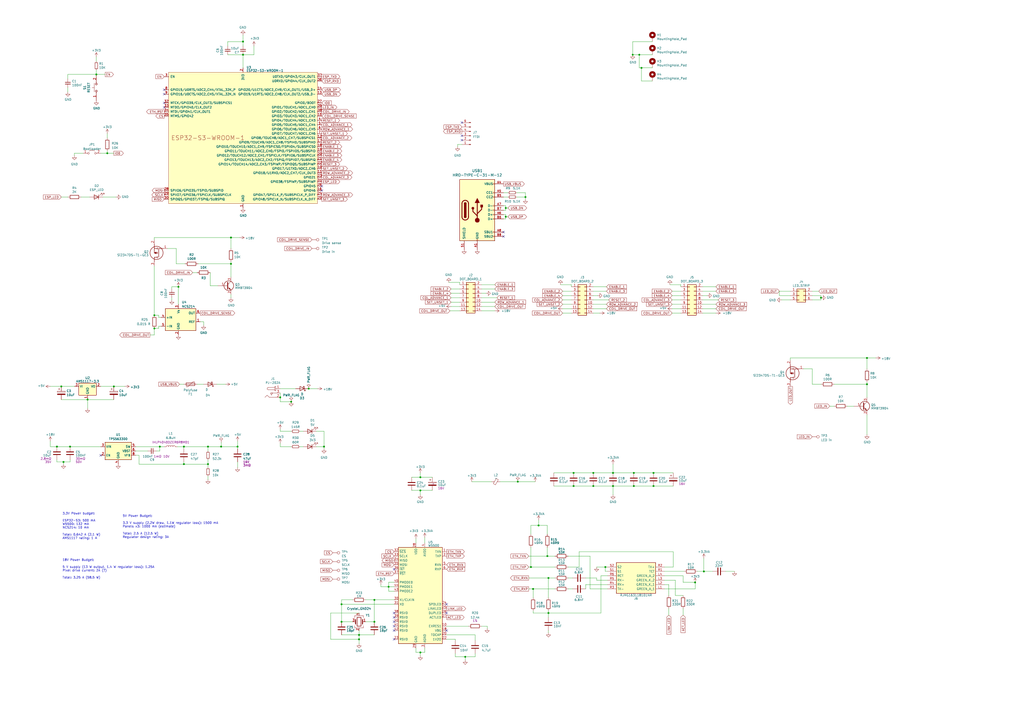
<source format=kicad_sch>
(kicad_sch (version 20230409) (generator eeschema)
  (paper "A2")
  (junction (at 133.985 137.795))
  (junction (at 198.12 350.52))
  (junction (at 502.92 222.885))
  (junction (at 187.96 259.08))
  (junction (at 120.65 259.08))
  (junction (at 476.25 172.72))
  (junction (at 179.07 225.425))
  (junction (at 106.68 269.24))
  (junction (at 293.37 120.65))
  (junction (at 120.65 269.24))
  (junction (at 379.095 281.94))
  (junction (at 66.04 224.155))
  (junction (at 318.135 355.6))
  (junction (at 243.84 284.48))
  (junction (at 351.155 328.93))
  (junction (at 332.74 281.94))
  (junction (at 168.91 233.045))
  (junction (at 367.03 31.75))
  (junction (at 103.505 166.37))
  (junction (at 367.665 274.32))
  (junction (at 92.71 259.08))
  (junction (at 332.74 274.32))
  (junction (at 128.27 259.08))
  (junction (at 370.84 31.75))
  (junction (at 89.535 190.5))
  (junction (at 502.92 207.645))
  (junction (at 40.64 259.08))
  (junction (at 269.875 381))
  (junction (at 317.5 322.58))
  (junction (at 208.28 370.84))
  (junction (at 137.795 259.08))
  (junction (at 162.56 230.505))
  (junction (at 403.225 337.82))
  (junction (at 198.12 360.68))
  (junction (at 243.84 378.46))
  (junction (at 35.56 224.155))
  (junction (at 355.6 281.94))
  (junction (at 309.245 341.63))
  (junction (at 225.425 340.36))
  (junction (at 367.665 281.94))
  (junction (at 372.11 39.37))
  (junction (at 33.02 259.08))
  (junction (at 379.095 274.32))
  (junction (at 355.6 274.32))
  (junction (at 36.83 267.97))
  (junction (at 408.305 331.47))
  (junction (at 89.535 182.88))
  (junction (at 300.355 279.4))
  (junction (at 55.88 43.18))
  (junction (at 208.28 368.3))
  (junction (at 106.68 259.08))
  (junction (at 50.8 231.775))
  (junction (at 217.17 360.68))
  (junction (at 133.985 153.035))
  (junction (at 140.97 24.13))
  (junction (at 312.42 304.8))
  (junction (at 293.37 125.73))
  (junction (at 304.8 114.3))
  (junction (at 318.135 335.28))
  (junction (at 243.84 276.86))
  (junction (at 344.17 274.32))
  (junction (at 62.23 88.9))
  (junction (at 307.975 328.93))
  (junction (at 344.17 281.94))
  (junction (at 217.17 347.98))
  (junction (at 140.97 31.75))
  (no_connect (at 267.97 78.74))
  (no_connect (at 95.25 62.23))
  (no_connect (at 228.6 370.84))
  (no_connect (at 95.25 54.61))
  (no_connect (at 267.97 71.12))
  (no_connect (at 228.6 355.6))
  (no_connect (at 259.08 355.6))
  (no_connect (at 228.6 363.22))
  (no_connect (at 186.69 110.49))
  (no_connect (at 292.1 134.62))
  (no_connect (at 267.97 81.28))
  (no_connect (at 95.25 52.07))
  (no_connect (at 228.6 358.14))
  (no_connect (at 292.1 137.16))
  (no_connect (at 58.42 264.16))
  (no_connect (at 228.6 365.76))
  (no_connect (at 95.25 59.69))
  (no_connect (at 186.69 107.95))
  (no_connect (at 259.08 365.76))
  (no_connect (at 228.6 330.2))
  (no_connect (at 259.08 350.52))
  (no_connect (at 228.6 360.68))
  (wire (pts (xy 307.975 317.5) (xy 307.975 328.93)))
  (wire (pts (xy 317.5 304.8) (xy 317.5 309.88)))
  (wire (pts (xy 208.28 368.3) (xy 217.17 368.3)))
  (wire (pts (xy 378.46 46.99) (xy 372.11 46.99)))
  (wire (pts (xy 128.27 256.54) (xy 128.27 259.08)))
  (wire (pts (xy 390.525 328.93) (xy 385.445 328.93)))
  (wire (pts (xy 198.12 360.68) (xy 204.47 360.68)))
  (wire (pts (xy 355.6 281.94) (xy 355.6 287.02)))
  (wire (pts (xy 62.23 87.63) (xy 62.23 88.9)))
  (wire (pts (xy 243.84 274.32) (xy 243.84 276.86)))
  (wire (pts (xy 385.445 339.09) (xy 387.985 339.09)))
  (wire (pts (xy 191.77 355.6) (xy 191.77 370.84)))
  (wire (pts (xy 246.38 375.92) (xy 246.38 378.46)))
  (wire (pts (xy 367.03 24.13) (xy 367.03 31.75)))
  (wire (pts (xy 317.5 317.5) (xy 317.5 322.58)))
  (wire (pts (xy 269.875 381) (xy 269.875 382.905)))
  (wire (pts (xy 106.68 259.08) (xy 106.68 260.35)))
  (wire (pts (xy 29.21 255.905) (xy 29.21 259.08)))
  (wire (pts (xy 279.4 172.72) (xy 288.29 172.72)))
  (wire (pts (xy 390.525 320.04) (xy 390.525 328.93)))
  (wire (pts (xy 116.205 186.69) (xy 118.11 186.69)))
  (wire (pts (xy 259.08 363.22) (xy 271.78 363.22)))
  (wire (pts (xy 92.71 261.62) (xy 92.71 259.08)))
  (wire (pts (xy 502.92 207.645) (xy 502.92 213.995)))
  (wire (pts (xy 60.96 43.18) (xy 55.88 43.18)))
  (wire (pts (xy 318.135 335.28) (xy 321.945 335.28)))
  (wire (pts (xy 220.98 340.36) (xy 220.98 339.09)))
  (wire (pts (xy 293.37 124.46) (xy 293.37 125.73)))
  (wire (pts (xy 339.725 341.63) (xy 339.725 339.09)))
  (wire (pts (xy 326.39 179.07) (xy 331.47 179.07)))
  (wire (pts (xy 208.28 355.6) (xy 191.77 355.6)))
  (wire (pts (xy 225.425 337.82) (xy 228.6 337.82)))
  (wire (pts (xy 282.575 363.22) (xy 282.575 364.49)))
  (wire (pts (xy 293.37 125.73) (xy 294.64 125.73)))
  (wire (pts (xy 396.24 353.06) (xy 396.24 356.87)))
  (wire (pts (xy 114.935 153.035) (xy 133.985 153.035)))
  (wire (pts (xy 299.72 111.76) (xy 304.8 111.76)))
  (wire (pts (xy 269.875 381) (xy 275.59 381)))
  (wire (pts (xy 321.31 281.94) (xy 332.74 281.94)))
  (wire (pts (xy 89.535 139.065) (xy 89.535 137.795)))
  (wire (pts (xy 162.56 248.92) (xy 162.56 250.19)))
  (wire (pts (xy 458.47 168.91) (xy 452.12 168.91)))
  (wire (pts (xy 307.975 304.8) (xy 307.975 309.88)))
  (wire (pts (xy 351.155 328.93) (xy 352.425 328.93)))
  (wire (pts (xy 326.39 176.53) (xy 331.47 176.53)))
  (wire (pts (xy 453.39 173.99) (xy 458.47 173.99)))
  (wire (pts (xy 99.695 172.72) (xy 99.695 173.99)))
  (wire (pts (xy 348.615 355.6) (xy 348.615 334.01)))
  (wire (pts (xy 309.245 355.6) (xy 318.135 355.6)))
  (wire (pts (xy 279.4 177.8) (xy 287.02 177.8)))
  (wire (pts (xy 137.795 267.97) (xy 137.795 271.145)))
  (wire (pts (xy 92.075 190.5) (xy 89.535 190.5)))
  (wire (pts (xy 121.92 165.735) (xy 126.365 165.735)))
  (wire (pts (xy 408.305 331.47) (xy 404.495 331.47)))
  (wire (pts (xy 335.915 320.04) (xy 390.525 320.04)))
  (wire (pts (xy 92.075 182.88) (xy 89.535 182.88)))
  (wire (pts (xy 351.155 331.47) (xy 352.425 331.47)))
  (wire (pts (xy 342.265 322.58) (xy 342.265 341.63)))
  (wire (pts (xy 162.56 257.175) (xy 162.56 259.08)))
  (wire (pts (xy 421.005 331.47) (xy 426.085 331.47)))
  (wire (pts (xy 292.1 121.92) (xy 293.37 121.92)))
  (wire (pts (xy 118.11 186.69) (xy 118.11 188.595)))
  (wire (pts (xy 140.97 31.75) (xy 140.97 39.37)))
  (wire (pts (xy 92.075 189.23) (xy 92.075 190.5)))
  (wire (pts (xy 407.67 166.37) (xy 415.29 166.37)))
  (wire (pts (xy 471.17 213.995) (xy 471.17 222.885)))
  (wire (pts (xy 458.47 171.45) (xy 452.12 171.45)))
  (wire (pts (xy 187.96 259.08) (xy 187.96 250.19)))
  (wire (pts (xy 279.4 167.64) (xy 287.02 167.64)))
  (wire (pts (xy 502.92 240.665) (xy 502.92 252.095)))
  (wire (pts (xy 332.74 274.32) (xy 344.17 274.32)))
  (wire (pts (xy 299.72 114.3) (xy 304.8 114.3)))
  (wire (pts (xy 471.17 173.99) (xy 476.25 173.99)))
  (wire (pts (xy 133.985 170.815) (xy 133.985 172.72)))
  (wire (pts (xy 309.245 354.33) (xy 309.245 355.6)))
  (wire (pts (xy 39.37 45.72) (xy 39.37 43.18)))
  (wire (pts (xy 208.28 365.76) (xy 208.28 368.3)))
  (wire (pts (xy 408.305 331.47) (xy 413.385 331.47)))
  (wire (pts (xy 120.65 276.225) (xy 120.65 278.13)))
  (wire (pts (xy 50.8 231.775) (xy 50.8 236.855)))
  (wire (pts (xy 133.985 153.035) (xy 133.985 160.655)))
  (wire (pts (xy 332.74 281.94) (xy 344.17 281.94)))
  (wire (pts (xy 389.89 173.99) (xy 394.97 173.99)))
  (wire (pts (xy 329.565 322.58) (xy 342.265 322.58)))
  (wire (pts (xy 342.265 341.63) (xy 352.425 341.63)))
  (wire (pts (xy 378.46 31.75) (xy 370.84 31.75)))
  (wire (pts (xy 187.96 250.19) (xy 183.515 250.19)))
  (wire (pts (xy 293.37 120.65) (xy 293.37 121.92)))
  (wire (pts (xy 86.995 194.31) (xy 89.535 194.31)))
  (wire (pts (xy 80.645 269.24) (xy 80.645 264.16)))
  (wire (pts (xy 346.075 328.93) (xy 351.155 328.93)))
  (wire (pts (xy 491.49 235.585) (xy 495.3 235.585)))
  (wire (pts (xy 306.705 322.58) (xy 317.5 322.58)))
  (wire (pts (xy 147.32 31.75) (xy 140.97 31.75)))
  (wire (pts (xy 66.04 224.155) (xy 72.39 224.155)))
  (wire (pts (xy 326.39 168.91) (xy 331.47 168.91)))
  (wire (pts (xy 279.4 165.1) (xy 287.02 165.1)))
  (wire (pts (xy 329.565 328.93) (xy 335.915 328.93)))
  (wire (pts (xy 140.97 24.13) (xy 140.97 20.32)))
  (wire (pts (xy 132.08 26.67) (xy 132.08 24.13)))
  (wire (pts (xy 243.84 284.48) (xy 243.84 287.02)))
  (wire (pts (xy 344.17 168.91) (xy 351.79 168.91)))
  (wire (pts (xy 162.56 250.19) (xy 168.91 250.19)))
  (wire (pts (xy 502.92 222.885) (xy 502.92 230.505)))
  (wire (pts (xy 89.535 190.5) (xy 89.535 194.31)))
  (wire (pts (xy 304.8 111.76) (xy 304.8 114.3)))
  (wire (pts (xy 261.62 175.26) (xy 266.7 175.26)))
  (wire (pts (xy 102.87 259.08) (xy 106.68 259.08)))
  (wire (pts (xy 318.135 365.76) (xy 318.135 367.03)))
  (wire (pts (xy 173.99 250.19) (xy 175.895 250.19)))
  (wire (pts (xy 367.665 274.32) (xy 379.095 274.32)))
  (wire (pts (xy 191.77 370.84) (xy 208.28 370.84)))
  (wire (pts (xy 243.84 284.48) (xy 250.825 284.48)))
  (wire (pts (xy 62.23 88.9) (xy 66.04 88.9)))
  (wire (pts (xy 173.99 259.08) (xy 175.895 259.08)))
  (wire (pts (xy 385.445 336.55) (xy 391.795 336.55)))
  (wire (pts (xy 132.08 24.13) (xy 140.97 24.13)))
  (wire (pts (xy 243.84 378.46) (xy 246.38 378.46)))
  (wire (pts (xy 396.24 334.01) (xy 396.24 337.82)))
  (wire (pts (xy 266.7 180.34) (xy 260.985 180.34)))
  (wire (pts (xy 121.92 158.115) (xy 121.92 165.735)))
  (wire (pts (xy 120.65 269.24) (xy 120.65 271.145)))
  (wire (pts (xy 329.565 341.63) (xy 332.105 341.63)))
  (wire (pts (xy 243.84 378.46) (xy 243.84 380.365)))
  (wire (pts (xy 225.425 342.9) (xy 228.6 342.9)))
  (wire (pts (xy 183.515 259.08) (xy 187.96 259.08)))
  (wire (pts (xy 292.1 127) (xy 293.37 127)))
  (wire (pts (xy 260.35 163.83) (xy 266.7 163.83)))
  (wire (pts (xy 312.42 304.8) (xy 317.5 304.8)))
  (wire (pts (xy 264.16 370.84) (xy 264.16 371.475)))
  (wire (pts (xy 471.17 171.45) (xy 476.25 171.45)))
  (wire (pts (xy 137.795 255.905) (xy 137.795 259.08)))
  (wire (pts (xy 90.805 261.62) (xy 92.71 261.62)))
  (wire (pts (xy 266.7 163.83) (xy 266.7 165.1)))
  (wire (pts (xy 344.17 166.37) (xy 351.79 166.37)))
  (wire (pts (xy 292.1 114.3) (xy 294.64 114.3)))
  (wire (pts (xy 331.47 165.1) (xy 331.47 166.37)))
  (wire (pts (xy 279.4 170.18) (xy 281.94 170.18)))
  (wire (pts (xy 389.89 168.91) (xy 394.97 168.91)))
  (wire (pts (xy 62.23 77.47) (xy 62.23 80.01)))
  (wire (pts (xy 162.56 259.08) (xy 168.91 259.08)))
  (wire (pts (xy 140.97 26.67) (xy 140.97 24.13)))
  (wire (pts (xy 128.27 259.08) (xy 137.795 259.08)))
  (wire (pts (xy 93.345 184.15) (xy 92.075 184.15)))
  (wire (pts (xy 318.135 355.6) (xy 318.135 354.33)))
  (wire (pts (xy 246.38 314.96) (xy 246.38 311.785)))
  (wire (pts (xy 471.17 168.91) (xy 474.98 168.91)))
  (wire (pts (xy 389.89 179.07) (xy 394.97 179.07)))
  (wire (pts (xy 97.155 144.145) (xy 102.235 144.145)))
  (wire (pts (xy 264.16 379.095) (xy 264.16 381)))
  (wire (pts (xy 114.3 222.885) (xy 118.11 222.885)))
  (wire (pts (xy 293.37 125.73) (xy 293.37 127)))
  (wire (pts (xy 389.89 171.45) (xy 394.97 171.45)))
  (wire (pts (xy 225.425 340.36) (xy 225.425 342.9)))
  (wire (pts (xy 396.24 337.82) (xy 403.225 337.82)))
  (wire (pts (xy 80.645 264.16) (xy 78.74 264.16)))
  (wire (pts (xy 355.6 269.24) (xy 355.6 274.32)))
  (wire (pts (xy 273.685 279.4) (xy 285.115 279.4)))
  (wire (pts (xy 355.6 274.32) (xy 367.665 274.32)))
  (wire (pts (xy 99.695 166.37) (xy 103.505 166.37)))
  (wire (pts (xy 347.98 181.61) (xy 344.17 181.61)))
  (wire (pts (xy 125.73 222.885) (xy 130.81 222.885)))
  (wire (pts (xy 391.795 336.55) (xy 391.795 345.44)))
  (wire (pts (xy 307.975 304.8) (xy 312.42 304.8)))
  (wire (pts (xy 335.915 328.93) (xy 335.915 320.04)))
  (wire (pts (xy 120.65 259.08) (xy 128.27 259.08)))
  (wire (pts (xy 243.84 276.86) (xy 250.825 276.86)))
  (wire (pts (xy 394.97 165.1) (xy 394.97 166.37)))
  (wire (pts (xy 204.47 347.98) (xy 198.12 347.98)))
  (wire (pts (xy 279.4 175.26) (xy 287.02 175.26)))
  (wire (pts (xy 378.46 24.13) (xy 367.03 24.13)))
  (wire (pts (xy 387.985 339.09) (xy 387.985 345.44)))
  (wire (pts (xy 370.84 31.75) (xy 367.03 31.75)))
  (wire (pts (xy 103.505 166.37) (xy 103.505 176.53)))
  (wire (pts (xy 317.5 322.58) (xy 321.945 322.58)))
  (wire (pts (xy 344.17 171.45) (xy 346.71 171.45)))
  (wire (pts (xy 344.17 281.94) (xy 355.6 281.94)))
  (wire (pts (xy 408.305 323.85) (xy 408.305 331.47)))
  (wire (pts (xy 133.985 151.765) (xy 133.985 153.035)))
  (wire (pts (xy 208.28 368.3) (xy 208.28 370.84)))
  (wire (pts (xy 33.02 267.97) (xy 36.83 267.97)))
  (wire (pts (xy 35.56 224.155) (xy 43.18 224.155)))
  (wire (pts (xy 306.705 341.63) (xy 309.245 341.63)))
  (wire (pts (xy 407.67 168.91) (xy 415.29 168.91)))
  (wire (pts (xy 318.135 355.6) (xy 348.615 355.6)))
  (wire (pts (xy 92.71 259.08) (xy 95.25 259.08)))
  (wire (pts (xy 385.445 334.01) (xy 396.24 334.01)))
  (wire (pts (xy 458.47 207.645) (xy 502.92 207.645)))
  (wire (pts (xy 217.17 347.98) (xy 217.17 360.68)))
  (wire (pts (xy 241.3 312.42) (xy 241.3 314.96)))
  (wire (pts (xy 415.29 181.61) (xy 407.67 181.61)))
  (wire (pts (xy 407.67 176.53) (xy 415.29 176.53)))
  (wire (pts (xy 162.56 233.045) (xy 162.56 230.505)))
  (wire (pts (xy 370.84 39.37) (xy 370.84 31.75)))
  (wire (pts (xy 293.37 119.38) (xy 293.37 120.65)))
  (wire (pts (xy 481.33 235.585) (xy 483.87 235.585)))
  (wire (pts (xy 55.88 40.64) (xy 55.88 43.18)))
  (wire (pts (xy 403.225 337.82) (xy 403.225 341.63)))
  (wire (pts (xy 140.97 31.75) (xy 132.08 31.75)))
  (wire (pts (xy 326.39 171.45) (xy 331.47 171.45)))
  (wire (pts (xy 372.11 46.99) (xy 372.11 39.37)))
  (wire (pts (xy 89.535 182.88) (xy 89.535 154.305)))
  (wire (pts (xy 238.76 284.48) (xy 243.84 284.48)))
  (wire (pts (xy 378.46 39.37) (xy 372.11 39.37)))
  (wire (pts (xy 43.18 88.9) (xy 48.26 88.9)))
  (wire (pts (xy 385.445 331.47) (xy 396.875 331.47)))
  (wire (pts (xy 43.18 90.17) (xy 43.18 88.9)))
  (wire (pts (xy 133.985 137.795) (xy 139.065 137.795)))
  (wire (pts (xy 379.095 274.32) (xy 390.525 274.32)))
  (wire (pts (xy 120.65 259.08) (xy 120.65 261.62)))
  (wire (pts (xy 293.37 120.65) (xy 294.64 120.65)))
  (wire (pts (xy 228.6 347.98) (xy 217.17 347.98)))
  (wire (pts (xy 385.445 341.63) (xy 403.225 341.63)))
  (wire (pts (xy 287.02 180.34) (xy 279.4 180.34)))
  (wire (pts (xy 326.39 181.61) (xy 331.47 181.61)))
  (wire (pts (xy 33.02 259.08) (xy 40.64 259.08)))
  (wire (pts (xy 379.095 281.94) (xy 390.525 281.94)))
  (wire (pts (xy 312.42 301.625) (xy 312.42 304.8)))
  (wire (pts (xy 59.69 114.3) (xy 67.31 114.3)))
  (wire (pts (xy 40.64 267.97) (xy 40.64 266.7)))
  (wire (pts (xy 321.31 274.32) (xy 332.74 274.32)))
  (wire (pts (xy 344.17 176.53) (xy 351.79 176.53)))
  (wire (pts (xy 99.695 167.64) (xy 99.695 166.37)))
  (wire (pts (xy 78.74 261.62) (xy 85.725 261.62)))
  (wire (pts (xy 261.62 167.64) (xy 266.7 167.64)))
  (wire (pts (xy 187.96 260.35) (xy 187.96 259.08)))
  (wire (pts (xy 306.705 328.93) (xy 307.975 328.93)))
  (wire (pts (xy 35.56 231.775) (xy 50.8 231.775)))
  (wire (pts (xy 259.08 370.84) (xy 264.16 370.84)))
  (wire (pts (xy 466.09 213.995) (xy 471.17 213.995)))
  (wire (pts (xy 476.25 173.99) (xy 476.25 172.72)))
  (wire (pts (xy 102.235 153.035) (xy 107.315 153.035)))
  (wire (pts (xy 198.12 350.52) (xy 228.6 350.52)))
  (wire (pts (xy 92.075 184.15) (xy 92.075 182.88)))
  (wire (pts (xy 264.16 381) (xy 269.875 381)))
  (wire (pts (xy 39.37 43.18) (xy 55.88 43.18)))
  (wire (pts (xy 275.59 381) (xy 275.59 379.095)))
  (wire (pts (xy 292.1 119.38) (xy 293.37 119.38)))
  (wire (pts (xy 33.02 266.7) (xy 33.02 267.97)))
  (wire (pts (xy 367.665 281.94) (xy 379.095 281.94)))
  (wire (pts (xy 78.74 259.08) (xy 92.71 259.08)))
  (wire (pts (xy 168.91 233.045) (xy 162.56 233.045)))
  (wire (pts (xy 318.135 335.28) (xy 318.135 346.71)))
  (wire (pts (xy 46.99 114.3) (xy 52.07 114.3)))
  (wire (pts (xy 212.09 360.68) (xy 217.17 360.68)))
  (wire (pts (xy 50.8 231.775) (xy 66.04 231.775)))
  (wire (pts (xy 344.17 179.07) (xy 351.79 179.07)))
  (wire (pts (xy 339.725 339.09) (xy 352.425 339.09)))
  (wire (pts (xy 458.47 208.915) (xy 458.47 207.645)))
  (wire (pts (xy 106.68 269.24) (xy 120.65 269.24)))
  (wire (pts (xy 389.89 176.53) (xy 394.97 176.53)))
  (wire (pts (xy 106.68 267.97) (xy 106.68 269.24)))
  (wire (pts (xy 339.725 335.28) (xy 346.075 335.28)))
  (wire (pts (xy 391.795 345.44) (xy 396.24 345.44)))
  (wire (pts (xy 329.565 335.28) (xy 332.105 335.28)))
  (wire (pts (xy 275.59 368.3) (xy 275.59 371.475)))
  (wire (pts (xy 476.25 171.45) (xy 476.25 172.72)))
  (wire (pts (xy 325.12 165.1) (xy 331.47 165.1)))
  (wire (pts (xy 93.345 189.23) (xy 92.075 189.23)))
  (wire (pts (xy 55.88 35.56) (xy 55.88 33.02)))
  (wire (pts (xy 348.615 334.01) (xy 352.425 334.01)))
  (wire (pts (xy 133.985 137.795) (xy 133.985 144.145)))
  (wire (pts (xy 111.76 158.115) (xy 114.3 158.115)))
  (wire (pts (xy 171.45 225.425) (xy 162.56 225.425)))
  (wire (pts (xy 217.17 347.98) (xy 212.09 347.98)))
  (wire (pts (xy 40.64 259.08) (xy 58.42 259.08)))
  (wire (pts (xy 241.3 378.46) (xy 243.84 378.46)))
  (wire (pts (xy 351.155 328.93) (xy 351.155 331.47)))
  (wire (pts (xy 355.6 281.94) (xy 367.665 281.94)))
  (wire (pts (xy 29.21 224.155) (xy 35.56 224.155)))
  (wire (pts (xy 292.1 124.46) (xy 293.37 124.46)))
  (wire (pts (xy 120.65 266.7) (xy 120.65 269.24)))
  (wire (pts (xy 35.56 114.3) (xy 39.37 114.3)))
  (wire (pts (xy 36.83 267.97) (xy 40.64 267.97)))
  (wire (pts (xy 36.83 267.97) (xy 36.83 269.24)))
  (wire (pts (xy 265.43 83.82) (xy 267.97 83.82)))
  (wire (pts (xy 259.08 368.3) (xy 275.59 368.3)))
  (wire (pts (xy 452.12 171.45) (xy 452.12 168.91)))
  (wire (pts (xy 326.39 173.99) (xy 331.47 173.99)))
  (wire (pts (xy 344.17 173.99) (xy 353.06 173.99)))
  (wire (pts (xy 58.42 224.155) (xy 66.04 224.155)))
  (wire (pts (xy 29.21 259.08) (xy 33.02 259.08)))
  (wire (pts (xy 290.195 279.4) (xy 300.355 279.4)))
  (wire (pts (xy 225.425 337.82) (xy 225.425 340.36)))
  (wire (pts (xy 483.87 222.885) (xy 502.92 222.885)))
  (wire (pts (xy 106.68 259.08) (xy 120.65 259.08)))
  (wire (pts (xy 471.17 222.885) (xy 476.25 222.885)))
  (wire (pts (xy 502.92 221.615) (xy 502.92 222.885)))
  (wire (pts (xy 372.11 39.37) (xy 370.84 39.37)))
  (wire (pts (xy 389.89 181.61) (xy 394.97 181.61)))
  (wire (pts (xy 346.075 336.55) (xy 352.425 336.55)))
  (wire (pts (xy 58.42 88.9) (xy 62.23 88.9)))
  (wire (pts (xy 265.43 85.09) (xy 265.43 83.82)))
  (wire (pts (xy 208.28 370.84) (xy 208.28 373.38)))
  (wire (pts (xy 261.62 170.18) (xy 266.7 170.18)))
  (wire (pts (xy 388.62 165.1) (xy 394.97 165.1)))
  (wire (pts (xy 102.235 144.145) (xy 102.235 153.035)))
  (wire (pts (xy 147.32 26.67) (xy 147.32 31.75)))
  (wire (pts (xy 137.795 259.08) (xy 137.795 260.35)))
  (wire (pts (xy 225.425 340.36) (xy 220.98 340.36)))
  (wire (pts (xy 292.1 111.76) (xy 294.64 111.76)))
  (wire (pts (xy 198.12 350.52) (xy 198.12 360.68)))
  (wire (pts (xy 198.12 368.3) (xy 208.28 368.3)))
  (wire (pts (xy 225.425 340.36) (xy 228.6 340.36)))
  (wire (pts (xy 89.535 137.795) (xy 133.985 137.795)))
  (wire (pts (xy 407.67 179.07) (xy 415.29 179.07)))
  (wire (pts (xy 309.245 341.63) (xy 309.245 346.71)))
  (wire (pts (xy 307.975 328.93) (xy 321.945 328.93)))
  (wire (pts (xy 184.15 225.425) (xy 179.07 225.425)))
  (wire (pts (xy 104.14 222.885) (xy 106.68 222.885)))
  (wire (pts (xy 300.355 279.4) (xy 310.515 279.4)))
  (wire (pts (xy 306.705 335.28) (xy 318.135 335.28)))
  (wire (pts (xy 198.12 347.98) (xy 198.12 350.52)))
  (wire (pts (xy 309.245 341.63) (xy 321.945 341.63)))
  (wire (pts (xy 304.8 114.3) (xy 304.8 115.57)))
  (wire (pts (xy 407.67 173.99) (xy 416.56 173.99)))
  (wire (pts (xy 162.56 227.965) (xy 162.56 230.505)))
  (wire (pts (xy 241.3 375.92) (xy 241.3 378.46)))
  (wire (pts (xy 407.67 171.45) (xy 410.21 171.45)))
  (wire (pts (xy 346.075 335.28) (xy 346.075 336.55)))
  (wire (pts (xy 39.37 50.8) (xy 39.37 53.34)))
  (wire (pts (xy 502.92 207.645) (xy 508 207.645)))
  (wire (pts (xy 318.135 355.6) (xy 318.135 358.14)))
  (wire (pts (xy 387.985 353.06) (xy 387.985 356.87)))
  (wire (pts (xy 261.62 177.8) (xy 266.7 177.8)))
  (wire (pts (xy 261.62 172.72) (xy 266.7 172.72)))
  (wire (pts (xy 238.76 276.86) (xy 243.84 276.86)))
  (wire (pts (xy 106.68 269.24) (xy 80.645 269.24)))
  (wire (pts (xy 279.4 363.22) (xy 282.575 363.22)))
  (wire (pts (xy 344.17 274.32) (xy 355.6 274.32)))
  (text "3.3V Power budget:\n\nESP32-S3: 500 mA\nW5500: 132 mA\nNCS214: 10 mA\n\nTotal: 0.642 A (2.1 W)\nAMS1117 rating: 1 A" (at 36.195 313.055 0) (effects (font (size 1.27 1.27)) (justify left bottom)))
  (text "18V Power Budget:\n\n5 V supply (13 W output, 1.4 W regulator loss): 1.25A\nPixel drive current: 2A (?)\n\nTotal: 3.25 A (58.5 W)" (at 36.195 335.915 0) (effects (font (size 1.27 1.27)) (justify left bottom)))
  (text "5V Power Budget:\n\n3.3 V supply (2.2W draw, 1.1W regulator loss): 1500 mA\nPanels x3: 1000 mA (estimate)\n\nTotal: 2.5 A (12.5 W)\nRegulator design rating: 3A" (at 71.12 312.42 0) (effects (font (size 1.27 1.27)) (justify left bottom)))
  (global_label "SET_UNSET_2" (shape output) (at 186.69 97.79 0) (property "Intersheetrefs" "${INTERSHEET_REFS}" (effects hide)))
  (global_label "ESP_LED" (shape output) (at 186.69 105.41 0) (property "Intersheetrefs" "${INTERSHEET_REFS}" (effects hide)))
  (global_label "LINK_LED" (shape output) (at 259.08 353.06 0) (property "Intersheetrefs" "${INTERSHEET_REFS}" (effects hide)))
  (global_label "COL_ADVANCE_2" (shape input) (at 326.39 173.99 180) (property "Intersheetrefs" "${INTERSHEET_REFS}" (effects hide)))
  (global_label "COL_ADVANCE_1" (shape output) (at 186.69 72.39 0) (property "Intersheetrefs" "${INTERSHEET_REFS}" (effects hide)))
  (global_label "ENABLE_3" (shape input) (at 351.79 168.91 0) (property "Intersheetrefs" "${INTERSHEET_REFS}" (effects hide)))
  (global_label "ENABLE_2" (shape input) (at 326.39 168.91 180) (property "Intersheetrefs" "${INTERSHEET_REFS}" (effects hide)))
  (global_label "ACT_LED" (shape output) (at 259.08 358.14 0) (property "Intersheetrefs" "${INTERSHEET_REFS}" (effects hide)))
  (global_label "ETH_RST" (shape output) (at 95.25 64.77 180) (property "Intersheetrefs" "${INTERSHEET_REFS}" (effects hide)))
  (global_label "SET_UNSET_1" (shape output) (at 186.69 77.47 0) (property "Intersheetrefs" "${INTERSHEET_REFS}" (effects hide)))
  (global_label "ROW_ADVANCE_2" (shape output) (at 186.69 100.33 0) (property "Intersheetrefs" "${INTERSHEET_REFS}" (effects hide)))
  (global_label "LED_OUT" (shape input) (at 474.98 168.91 0) (property "Intersheetrefs" "${INTERSHEET_REFS}" (effects hide)))
  (global_label "ENABLE_2" (shape input) (at 389.89 168.91 180) (property "Intersheetrefs" "${INTERSHEET_REFS}" (effects hide)))
  (global_label "ENABLE_3" (shape input) (at 287.02 167.64 0) (property "Intersheetrefs" "${INTERSHEET_REFS}" (effects hide)))
  (global_label "ESP_TXD" (shape output) (at 186.69 44.45 0) (property "Intersheetrefs" "${INTERSHEET_REFS}" (effects hide)))
  (global_label "RESET_2" (shape input) (at 353.06 173.99 0) (property "Intersheetrefs" "${INTERSHEET_REFS}" (effects hide)))
  (global_label "ESP_RXD" (shape input) (at 186.69 46.99 0) (property "Intersheetrefs" "${INTERSHEET_REFS}" (effects hide)))
  (global_label "CS" (shape output) (at 95.25 67.31 180) (property "Intersheetrefs" "${INTERSHEET_REFS}" (effects hide)))
  (global_label "ENABLE_4" (shape input) (at 261.62 170.18 180) (property "Intersheetrefs" "${INTERSHEET_REFS}" (effects hide)))
  (global_label "ENABLE_1" (shape input) (at 287.02 165.1 0) (property "Intersheetrefs" "${INTERSHEET_REFS}" (effects hide)))
  (global_label "ROW_ADVANCE_3" (shape input) (at 415.29 176.53 0) (property "Intersheetrefs" "${INTERSHEET_REFS}" (effects hide)))
  (global_label "IO0" (shape input) (at 186.69 59.69 0) (property "Intersheetrefs" "${INTERSHEET_REFS}" (effects hide)))
  (global_label "ENABLE_3" (shape input) (at 415.29 168.91 0) (property "Intersheetrefs" "${INTERSHEET_REFS}" (effects hide)))
  (global_label "ETH_TXN" (shape input) (at 306.705 322.58 180) (property "Intersheetrefs" "${INTERSHEET_REFS}" (effects hide)))
  (global_label "RESET_3" (shape output) (at 186.69 95.25 0) (property "Intersheetrefs" "${INTERSHEET_REFS}" (effects hide)))
  (global_label "ROW_ADVANCE_1" (shape output) (at 186.69 74.93 0) (property "Intersheetrefs" "${INTERSHEET_REFS}" (effects hide)))
  (global_label "COIL_DRIVE_SENSE" (shape input) (at 186.69 67.31 0) (property "Intersheetrefs" "${INTERSHEET_REFS}" (effects hide)))
  (global_label "ENABLE_4" (shape output) (at 186.69 92.71 0) (property "Intersheetrefs" "${INTERSHEET_REFS}" (effects hide)))
  (global_label "USB_DN" (shape bidirectional) (at 186.69 54.61 0) (property "Intersheetrefs" "${INTERSHEET_REFS}" (effects hide)))
  (global_label "ENABLE_1" (shape output) (at 186.69 85.09 0) (property "Intersheetrefs" "${INTERSHEET_REFS}" (effects hide)))
  (global_label "SCLK" (shape input) (at 228.6 322.58 180) (property "Intersheetrefs" "${INTERSHEET_REFS}" (effects hide)))
  (global_label "ROW_ADVANCE_1" (shape input) (at 287.02 175.26 0) (property "Intersheetrefs" "${INTERSHEET_REFS}" (effects hide)))
  (global_label "SET_UNSET_2" (shape input) (at 326.39 176.53 180) (property "Intersheetrefs" "${INTERSHEET_REFS}" (effects hide)))
  (global_label "CS" (shape input) (at 193.04 320.675 180) (property "Intersheetrefs" "${INTERSHEET_REFS}" (effects hide)))
  (global_label "IO0" (shape output) (at 66.04 88.9 0) (property "Intersheetrefs" "${INTERSHEET_REFS}" (effects hide)))
  (global_label "COL_ADVANCE_3" (shape input) (at 389.89 173.99 180) (property "Intersheetrefs" "${INTERSHEET_REFS}" (effects hide)))
  (global_label "LED_IN" (shape input) (at 481.33 235.585 180) (property "Intersheetrefs" "${INTERSHEET_REFS}" (effects hide)))
  (global_label "USB_DN" (shape bidirectional) (at 294.64 120.65 0) (property "Intersheetrefs" "${INTERSHEET_REFS}" (effects hide)))
  (global_label "ETH_RXP" (shape output) (at 306.705 341.63 180) (property "Intersheetrefs" "${INTERSHEET_REFS}" (effects hide)))
  (global_label "RESET_1" (shape output) (at 186.69 69.85 0) (property "Intersheetrefs" "${INTERSHEET_REFS}" (effects hide)))
  (global_label "ETH_TXN" (shape output) (at 259.08 320.04 0) (property "Intersheetrefs" "${INTERSHEET_REFS}" (effects hide)))
  (global_label "SET_UNSET_3" (shape input) (at 389.89 176.53 180) (property "Intersheetrefs" "${INTERSHEET_REFS}" (effects hide)))
  (global_label "ENABLE_1" (shape input) (at 415.29 166.37 0) (property "Intersheetrefs" "${INTERSHEET_REFS}" (effects hide)))
  (global_label "LED_OUT" (shape output) (at 458.47 224.155 270) (property "Intersheetrefs" "${INTERSHEET_REFS}" (effects hide)))
  (global_label "COIL_DRIVE_SENSE" (shape output) (at 116.205 181.61 0) (property "Intersheetrefs" "${INTERSHEET_REFS}" (effects hide)))
  (global_label "COIL_DRIVE_OUT" (shape input) (at 326.39 181.61 180) (property "Intersheetrefs" "${INTERSHEET_REFS}" (effects hide)))
  (global_label "RESET_2" (shape output) (at 186.69 82.55 0) (property "Intersheetrefs" "${INTERSHEET_REFS}" (effects hide)))
  (global_label "SET_UNSET_3" (shape output) (at 186.69 115.57 0) (property "Intersheetrefs" "${INTERSHEET_REFS}" (effects hide)))
  (global_label "ROW_ADVANCE_3" (shape output) (at 186.69 113.03 0) (property "Intersheetrefs" "${INTERSHEET_REFS}" (effects hide)))
  (global_label "ESP_RXD" (shape output) (at 267.97 76.2 180) (property "Intersheetrefs" "${INTERSHEET_REFS}" (effects hide)))
  (global_label "ETH_RXN" (shape input) (at 259.08 327.66 0) (property "Intersheetrefs" "${INTERSHEET_REFS}" (effects hide)))
  (global_label "RESET_3" (shape input) (at 416.56 173.99 0) (property "Intersheetrefs" "${INTERSHEET_REFS}" (effects hide)))
  (global_label "ETH_TXP" (shape input) (at 306.705 328.93 180) (property "Intersheetrefs" "${INTERSHEET_REFS}" (effects hide)))
  (global_label "COL_ADVANCE_3" (shape output) (at 186.69 102.87 0) (property "Intersheetrefs" "${INTERSHEET_REFS}" (effects hide)))
  (global_label "SET_UNSET_1" (shape input) (at 261.62 175.26 180) (property "Intersheetrefs" "${INTERSHEET_REFS}" (effects hide)))
  (global_label "MISO" (shape input) (at 95.25 115.57 180) (property "Intersheetrefs" "${INTERSHEET_REFS}" (effects hide)))
  (global_label "COIL_DRIVE_SENSE" (shape input) (at 180.975 139.065 180) (property "Intersheetrefs" "${INTERSHEET_REFS}" (effects hide)))
  (global_label "ENABLE_1" (shape input) (at 351.79 166.37 0) (property "Intersheetrefs" "${INTERSHEET_REFS}" (effects hide)))
  (global_label "ENABLE_2" (shape output) (at 186.69 87.63 0) (property "Intersheetrefs" "${INTERSHEET_REFS}" (effects hide)))
  (global_label "LINK_LED" (shape input) (at 387.985 356.87 270) (property "Intersheetrefs" "${INTERSHEET_REFS}" (effects hide)))
  (global_label "COIL_DRIVE_OUT" (shape output) (at 86.995 194.31 180) (property "Intersheetrefs" "${INTERSHEET_REFS}" (effects hide)))
  (global_label "LED_IN" (shape output) (at 186.69 62.23 0) (property "Intersheetrefs" "${INTERSHEET_REFS}" (effects hide)))
  (global_label "USB_DP" (shape bidirectional) (at 186.69 52.07 0) (property "Intersheetrefs" "${INTERSHEET_REFS}" (effects hide)))
  (global_label "MOSI" (shape input) (at 193.04 335.915 180) (property "Intersheetrefs" "${INTERSHEET_REFS}" (effects hide)))
  (global_label "ENABLE_3" (shape output) (at 186.69 90.17 0) (property "Intersheetrefs" "${INTERSHEET_REFS}" (effects hide)))
  (global_label "COIL_DRIVE_OUT" (shape input) (at 287.02 177.8 0) (property "Intersheetrefs" "${INTERSHEET_REFS}" (effects hide)))
  (global_label "USB_VBUS" (shape input) (at 104.14 222.885 180) (property "Intersheetrefs" "${INTERSHEET_REFS}" (effects hide)))
  (global_label "ENABLE_2" (shape input) (at 261.62 167.64 180) (property "Intersheetrefs" "${INTERSHEET_REFS}" (effects hide)))
  (global_label "SCLK" (shape input) (at 193.04 325.755 180) (property "Intersheetrefs" "${INTERSHEET_REFS}" (effects hide)))
  (global_label "ENABLE_4" (shape input) (at 389.89 171.45 180) (property "Intersheetrefs" "${INTERSHEET_REFS}" (effects hide)))
  (global_label "ENABLE_4" (shape input) (at 326.39 171.45 180) (property "Intersheetrefs" "${INTERSHEET_REFS}" (effects hide)))
  (global_label "USB_DP" (shape bidirectional) (at 294.64 125.73 0) (property "Intersheetrefs" "${INTERSHEET_REFS}" (effects hide)))
  (global_label "COIL_DRIVE_OUT" (shape input) (at 260.985 180.34 180) (property "Intersheetrefs" "${INTERSHEET_REFS}" (effects hide)))
  (global_label "COIL_DRIVE_IN" (shape input) (at 180.975 144.145 180) (property "Intersheetrefs" "${INTERSHEET_REFS}" (effects hide)))
  (global_label "EN" (shape input) (at 95.25 44.45 180) (property "Intersheetrefs" "${INTERSHEET_REFS}" (effects hide)))
  (global_label "LED_IN" (shape input) (at 471.17 253.365 180) (property "Intersheetrefs" "${INTERSHEET_REFS}" (effects hide)))
  (global_label "ESP_TXD" (shape input) (at 267.97 73.66 180) (property "Intersheetrefs" "${INTERSHEET_REFS}" (effects hide)))
  (global_label "USB_VBUS" (shape output) (at 292.1 106.68 0) (property "Intersheetrefs" "${INTERSHEET_REFS}" (effects hide)))
  (global_label "COL_ADVANCE_1" (shape input) (at 261.62 172.72 180) (property "Intersheetrefs" "${INTERSHEET_REFS}" (effects hide)))
  (global_label "SCLK" (shape output) (at 95.25 113.03 180) (property "Intersheetrefs" "${INTERSHEET_REFS}" (effects hide)))
  (global_label "LED_OUT" (shape input) (at 452.12 168.91 180) (property "Intersheetrefs" "${INTERSHEET_REFS}" (effects hide)))
  (global_label "COIL_DRIVE_OUT" (shape input) (at 389.89 181.61 180) (property "Intersheetrefs" "${INTERSHEET_REFS}" (effects hide)))
  (global_label "ETH_TXP" (shape output) (at 259.08 322.58 0) (property "Intersheetrefs" "${INTERSHEET_REFS}" (effects hide)))
  (global_label "COIL_DRIVE_OUT" (shape input) (at 351.79 179.07 0) (property "Intersheetrefs" "${INTERSHEET_REFS}" (effects hide)))
  (global_label "COIL_DRIVE_IN" (shape output) (at 186.69 64.77 0) (property "Intersheetrefs" "${INTERSHEET_REFS}" (effects hide)))
  (global_label "ACT_LED" (shape input) (at 396.24 356.87 270) (property "Intersheetrefs" "${INTERSHEET_REFS}" (effects hide)))
  (global_label "CS" (shape input) (at 228.6 320.04 180) (property "Intersheetrefs" "${INTERSHEET_REFS}" (effects hide)))
  (global_label "MISO" (shape input) (at 193.04 330.835 180) (property "Intersheetrefs" "${INTERSHEET_REFS}" (effects hide)))
  (global_label "MISO" (shape output) (at 228.6 325.12 180) (property "Intersheetrefs" "${INTERSHEET_REFS}" (effects hide)))
  (global_label "ETH_RXP" (shape input) (at 259.08 330.2 0) (property "Intersheetrefs" "${INTERSHEET_REFS}" (effects hide)))
  (global_label "ETH_RST" (shape input) (at 228.6 332.74 180) (property "Intersheetrefs" "${INTERSHEET_REFS}" (effects hide)))
  (global_label "RESET_1" (shape input) (at 288.29 172.72 0) (property "Intersheetrefs" "${INTERSHEET_REFS}" (effects hide)))
  (global_label "COIL_DRIVE_OUT" (shape input) (at 415.29 179.07 0) (property "Intersheetrefs" "${INTERSHEET_REFS}" (effects hide)))
  (global_label "ETH_RXN" (shape output) (at 306.705 335.28 180) (property "Intersheetrefs" "${INTERSHEET_REFS}" (effects hide)))
  (global_label "COL_ADVANCE_2" (shape output) (at 186.69 80.01 0) (property "Intersheetrefs" "${INTERSHEET_REFS}" (effects hide)))
  (global_label "ESP_LED" (shape input) (at 35.56 114.3 180) (property "Intersheetrefs" "${INTERSHEET_REFS}" (effects hide)))
  (global_label "EN" (shape output) (at 60.96 43.18 0) (property "Intersheetrefs" "${INTERSHEET_REFS}" (effects hide)))
  (global_label "ROW_ADVANCE_2" (shape input) (at 351.79 176.53 0) (property "Intersheetrefs" "${INTERSHEET_REFS}" (effects hide)))
  (global_label "COIL_DRIVE_IN" (shape input) (at 111.76 158.115 180) (property "Intersheetrefs" "${INTERSHEET_REFS}" (effects hide)))
  (global_label "MOSI" (shape input) (at 228.6 327.66 180) (property "Intersheetrefs" "${INTERSHEET_REFS}" (effects hide)))
  (global_label "MOSI" (shape output) (at 95.25 110.49 180) (property "Intersheetrefs" "${INTERSHEET_REFS}" (effects hide)))
  (symbol (lib_id "flipcontrol-rescue:+18V-power") (at 184.15 225.425 270) (unit 1)
    (property "Reference" "#PWR017" (effects hide))
    (property "Value" "+18V" (at 187.4012 225.806 90) (effects (justify left)))
  )
  (symbol (lib_id "power:+5V") (at 29.21 224.155 90) (unit 1)
    (property "Reference" "#PWR05" (effects hide))
    (property "Value" "+5V" (at 25.9588 223.774 90) (effects (justify left)))
  )
  (symbol (lib_id "power:GND") (at 50.8 236.855 0) (unit 1)
    (property "Reference" "#PWR07" (effects hide))
    (property "Value" "GND" (effects hide))
  )
  (symbol (lib_id "flipcontrol-rescue:+3.3V-power") (at 72.39 224.155 270) (unit 1)
    (property "Reference" "#PWR09" (effects hide))
    (property "Value" "+3V3" (at 75.6412 224.536 90) (effects (justify left)))
  )
  (symbol (lib_id "flipcontrol-rescue:CP-Device") (at 35.56 227.965 0) (unit 1)
    (property "Reference" "C3" (at 38.5572 226.7966 0) (effects (justify left)))
    (property "Value" "10uF" (at 38.5572 229.108 0) (effects (justify left)))
    (property "Footprint" "Capacitor_SMD:C_0805_2012Metric" (effects hide))
  )
  (symbol (lib_id "flipcontrol-rescue:CP-Device") (at 66.04 227.965 0) (unit 1)
    (property "Reference" "C4" (at 69.0372 226.7966 0) (effects (justify left)))
    (property "Value" "10uF" (at 69.0372 229.108 0) (effects (justify left)))
    (property "Footprint" "Capacitor_SMD:C_0805_2012Metric" (effects hide))
  )
  (symbol (lib_id "Connector_Generic:Conn_02x03_Odd_Even") (at 463.55 171.45 0) (unit 1)
    (property "Reference" "J4" (at 464.82 163.3982 0))
    (property "Value" "LED_STRIP" (at 464.82 165.7096 0))
    (property "Footprint" "Connector_IDC:IDC-Header_2x03_P2.54mm_Vertical" (effects hide))
  )
  (symbol (lib_id "Connector_Generic:Conn_02x07_Odd_Even") (at 271.78 172.72 0) (unit 1)
    (property "Reference" "J2" (at 273.05 159.5882 0))
    (property "Value" "DOT_BOARD_1" (at 273.05 161.8996 0))
    (property "Footprint" "Connector_IDC:IDC-Header_2x07_P2.54mm_Vertical" (effects hide))
  )
  (symbol (lib_id "power:GND") (at 260.35 163.83 180) (unit 1)
    (property "Reference" "#PWR013" (effects hide))
    (property "Value" "GND" (at 260.223 159.4358 0))
  )
  (symbol (lib_id "power:+5V") (at 261.62 177.8 90) (unit 1)
    (property "Reference" "#PWR014" (effects hide))
    (property "Value" "+5V" (at 258.3688 177.419 90) (effects (justify left)))
  )
  (symbol (lib_id "power:GND") (at 476.25 172.72 90) (unit 1)
    (property "Reference" "#PWR027" (effects hide))
    (property "Value" "GND" (at 479.5012 172.593 90) (effects (justify right)))
  )
  (symbol (lib_id "power:GND") (at 453.39 173.99 270) (unit 1)
    (property "Reference" "#PWR025" (effects hide))
    (property "Value" "GND" (at 450.1388 174.117 90) (effects (justify right)))
  )
  (symbol (lib_id "flipcontrol-rescue:+18V-power") (at 139.065 137.795 270) (unit 1)
    (property "Reference" "#PWR010" (effects hide))
    (property "Value" "+18V" (at 142.3162 138.176 90) (effects (justify left)))
  )
  (symbol (lib_id "Device:R") (at 133.985 147.955 0) (unit 1)
    (property "Reference" "R5" (at 135.763 146.7866 0) (effects (justify left)))
    (property "Value" "10K" (at 135.763 149.098 0) (effects (justify left)))
    (property "Footprint" "Resistor_SMD:R_0805_2012Metric" (effects hide))
  )
  (symbol (lib_id "Device:R") (at 111.125 153.035 270) (unit 1)
    (property "Reference" "R2" (at 111.125 147.7772 90))
    (property "Value" "100R" (at 111.125 150.0886 90))
    (property "Footprint" "Resistor_SMD:R_0805_2012Metric" (effects hide))
  )
  (symbol (lib_id "Device:R") (at 118.11 158.115 270) (unit 1)
    (property "Reference" "R3" (at 118.11 161.29 90))
    (property "Value" "10K" (at 118.11 155.1686 90))
    (property "Footprint" "Resistor_SMD:R_0805_2012Metric" (effects hide))
  )
  (symbol (lib_id "power:GND") (at 133.985 172.72 0) (unit 1)
    (property "Reference" "#PWR08" (effects hide))
    (property "Value" "GND" (at 134.112 177.1142 0))
  )
  (symbol (lib_id "Mechanical:MountingHole_Pad") (at 378.46 21.59 0) (unit 1)
    (property "Reference" "H1" (at 381 20.2946 0) (effects (justify left)))
    (property "Value" "MountingHole_Pad" (at 381 22.606 0) (effects (justify left)))
    (property "Footprint" "MountingHole:MountingHole_5.3mm_M5_Pad" (effects hide))
  )
  (symbol (lib_id "Mechanical:MountingHole_Pad") (at 378.46 29.21 0) (unit 1)
    (property "Reference" "H2" (at 381 27.9146 0) (effects (justify left)))
    (property "Value" "MountingHole_Pad" (at 381 30.226 0) (effects (justify left)))
    (property "Footprint" "MountingHole:MountingHole_5.3mm_M5_Pad" (effects hide))
  )
  (symbol (lib_id "Mechanical:MountingHole_Pad") (at 378.46 36.83 0) (unit 1)
    (property "Reference" "H3" (at 381 35.5346 0) (effects (justify left)))
    (property "Value" "MountingHole_Pad" (at 381 37.846 0) (effects (justify left)))
    (property "Footprint" "MountingHole:MountingHole_5.3mm_M5_Pad" (effects hide))
  )
  (symbol (lib_id "Mechanical:MountingHole_Pad") (at 378.46 44.45 0) (unit 1)
    (property "Reference" "H4" (at 381 43.1546 0) (effects (justify left)))
    (property "Value" "MountingHole_Pad" (at 381 45.466 0) (effects (justify left)))
    (property "Footprint" "MountingHole:MountingHole_5.3mm_M5_Pad" (effects hide))
  )
  (symbol (lib_id "power:GND") (at 367.03 31.75 0) (unit 1)
    (property "Reference" "#PWR035" (effects hide))
    (property "Value" "GND" (at 367.157 36.1442 0))
  )
  (symbol (lib_id "power:GND") (at 39.37 53.34 0) (unit 1)
    (property "Reference" "#PWR01" (effects hide))
    (property "Value" "GND" (at 39.497 57.7342 0))
  )
  (symbol (lib_id "power:+3V3") (at 243.84 274.32 0) (unit 1)
    (property "Reference" "#PWR045" (effects hide))
    (property "Value" "+3V3" (at 243.84 270.8181 0))
  )
  (symbol (lib_id "Espressif:ESP32-S3-WROOM-1") (at 140.97 80.01 0) (unit 1)
    (property "Reference" "U3" (at 142.9259 39.0271 0) (effects (justify left)))
    (property "Value" "ESP32-S3-WROOM-1" (at 142.9259 40.9481 0) (effects (justify left)))
    (property "Footprint" "Espressif:ESP32-S3-WROOM-1" (effects hide))
    (property "Datasheet" "https://www.espressif.com/sites/default/files/documentation/esp32-s3-wroom-1_wroom-1u_datasheet_en.pdf" (effects hide))
  )
  (symbol (lib_id "power:GND") (at 168.91 233.045 0) (unit 1)
    (property "Reference" "#PWR015" (effects hide))
    (property "Value" "GND" (effects hide))
  )
  (symbol (lib_id "power:GND") (at 187.96 260.35 0) (unit 1)
    (property "Reference" "#PWR058" (effects hide))
    (property "Value" "GND" (at 187.96 265.43 0))
  )
  (symbol (lib_id "Device:R") (at 325.755 322.58 90) (unit 1)
    (property "Reference" "R14" (at 325.755 318.5541 90))
    (property "Value" "33R" (at 325.755 320.4751 90))
    (property "Footprint" "Resistor_SMD:R_0805_2012Metric" (effects hide))
  )
  (symbol (lib_id "Device:R") (at 325.755 341.63 270) (unit 1)
    (property "Reference" "R12" (at 325.755 337.6041 90))
    (property "Value" "33R" (at 325.755 339.5251 90))
    (property "Footprint" "Resistor_SMD:R_0805_2012Metric" (effects hide))
  )
  (symbol (lib_id "Device:C_Small") (at 39.37 48.26 0) (unit 1)
    (property "Reference" "C1" (at 41.7068 47.0916 0) (effects (justify left)))
    (property "Value" "100nF" (at 41.7068 49.403 0) (effects (justify left)))
    (property "Footprint" "Capacitor_SMD:C_0805_2012Metric" (effects hide))
  )
  (symbol (lib_id "power:GND") (at 388.62 165.1 180) (unit 1)
    (property "Reference" "#PWR028" (effects hide))
    (property "Value" "GND" (at 388.493 160.7058 0))
  )
  (symbol (lib_id "Device:Crystal_GND24") (at 208.28 360.68 180) (unit 1)
    (property "Reference" "Y1" (at 213.36 356.87 0))
    (property "Value" "Crystal_GND24" (at 208.28 353.06 0))
    (property "Footprint" "Crystal:Crystal_SMD_Abracon_ABM8G-4Pin_3.2x2.5mm" (effects hide))
  )
  (symbol (lib_id "Connector:TestPoint") (at 471.17 253.365 270) (unit 1)
    (property "Reference" "TP3" (at 476.25 252.73 90) (effects (justify left)))
    (property "Value" "LED in" (at 476.25 255.27 90) (effects (justify left)))
    (property "Footprint" "TestPoint:TestPoint_Pad_D2.0mm" (effects hide))
  )
  (symbol (lib_id "Device:C") (at 379.095 278.13 0) (unit 1)
    (property "Reference" "C20" (at 382.016 277.4863 0) (effects (justify left)))
    (property "Value" "0.1uF" (at 382.016 279.4073 0) (effects (justify left)))
    (property "Footprint" "Capacitor_SMD:C_0805_2012Metric" (effects hide))
  )
  (symbol (lib_id "power:GND") (at 243.84 380.365 0) (unit 1)
    (property "Reference" "#PWR061" (effects hide))
    (property "Value" "GND" (effects hide))
  )
  (symbol (lib_id "Amplifier_Current:NCS214") (at 103.505 186.69 0) (unit 1)
    (property "Reference" "U4" (at 105.4609 175.26 0) (effects (justify left)))
    (property "Value" "NCS214" (at 105.4609 177.8 0) (effects (justify left)))
    (property "Footprint" "Package_TO_SOT_SMD:SOT-363_SC-70-6_Handsoldering" (effects hide))
    (property "Datasheet" "https://www.onsemi.com/pub/Collateral/NCS210R-D.PDF" (effects hide))
  )
  (symbol (lib_id "flipcontrol-rescue:+18V-power") (at 347.98 181.61 270) (unit 1)
    (property "Reference" "#PWR069" (effects hide))
    (property "Value" "+18V" (at 351.79 181.61 90) (effects (justify left)))
  )
  (symbol (lib_id "power:+3V3") (at 55.88 33.02 0) (unit 1)
    (property "Reference" "#PWR03" (effects hide))
    (property "Value" "+3V3" (at 55.88 29.21 0))
  )
  (symbol (lib_id "Device:LED") (at 55.88 114.3 180) (unit 1)
    (property "Reference" "D2" (at 56.0578 107.823 0))
    (property "Value" "ESP_LED" (at 56.0578 110.1344 0))
    (property "Footprint" "LED_SMD:LED_0805_2012Metric" (effects hide))
  )
  (symbol (lib_id "power:GND") (at 103.505 194.31 0) (unit 1)
    (property "Reference" "#PWR054" (effects hide))
    (property "Value" "GND" (effects hide))
  )
  (symbol (lib_id "power:+3V3") (at 220.98 339.09 0) (unit 1)
    (property "Reference" "#PWR063" (effects hide))
    (property "Value" "+3V3" (at 220.98 335.915 0))
  )
  (symbol (lib_id "Device:R_Small") (at 55.88 38.1 0) (unit 1)
    (property "Reference" "R1" (at 57.3786 36.9316 0) (effects (justify left)))
    (property "Value" "10K" (at 57.3786 39.243 0) (effects (justify left)))
    (property "Footprint" "Resistor_SMD:R_0805_2012Metric" (effects hide))
  )
  (symbol (lib_id "Transistor_BJT:MMBT3904") (at 131.445 165.735 0) (unit 1)
    (property "Reference" "Q3" (at 136.2964 165.0913 0) (effects (justify left)))
    (property "Value" "MMBT3904" (at 136.2964 167.0123 0) (effects (justify left)))
    (property "Footprint" "Package_TO_SOT_SMD:SOT-23" (effects hide))
    (property "Datasheet" "https://www.onsemi.com/pub/Collateral/2N3903-D.PDF" (effects hide))
  )
  (symbol (lib_id "Regulator_Linear:AMS1117-3.3") (at 50.8 224.155 0) (unit 1)
    (property "Reference" "U2" (at 50.8 219.2401 0))
    (property "Value" "AMS1117-3.3" (at 50.8 221.1611 0))
    (property "Footprint" "Package_TO_SOT_SMD:SOT-223-3_TabPin2" (effects hide))
    (property "Datasheet" "http://www.advanced-monolithic.com/pdf/ds1117.pdf" (effects hide))
  )
  (symbol (lib_id "Device:C") (at 275.59 375.285 180) (unit 1)
    (property "Reference" "C15" (at 279.4 374.65 0) (effects (justify right)))
    (property "Value" "4.7uF" (at 279.4 377.19 0) (effects (justify right)))
    (property "Footprint" "Capacitor_SMD:C_0805_2012Metric" (effects hide))
  )
  (symbol (lib_id "power:GND") (at 355.6 287.02 0) (unit 1)
    (property "Reference" "#PWR044" (effects hide))
    (property "Value" "GND" (at 355.6 291.1555 0))
  )
  (symbol (lib_id "power:+5V") (at 162.56 248.92 0) (unit 1)
    (property "Reference" "#PWR059" (effects hide))
    (property "Value" "+5V" (at 162.56 245.11 0))
  )
  (symbol (lib_id "power:GND") (at 426.085 331.47 0) (unit 1)
    (property "Reference" "#PWR040" (effects hide))
    (property "Value" "GND" (effects hide))
  )
  (symbol (lib_id "Device:R") (at 62.23 83.82 0) (unit 1)
    (property "Reference" "R26" (at 64.77 83.185 0) (effects (justify left)))
    (property "Value" "10K" (at 64.77 85.725 0) (effects (justify left)))
    (property "Footprint" "Resistor_SMD:R_0805_2012Metric" (effects hide))
  )
  (symbol (lib_id "power:GND") (at 243.84 287.02 0) (unit 1)
    (property "Reference" "#PWR046" (effects hide))
    (property "Value" "GND" (at 243.84 291.1555 0))
  )
  (symbol (lib_id "Device:R") (at 502.92 217.805 0) (unit 1)
    (property "Reference" "R8" (at 504.698 216.6366 0) (effects (justify left)))
    (property "Value" "10K" (at 504.698 218.948 0) (effects (justify left)))
    (property "Footprint" "Resistor_SMD:R_0805_2012Metric" (effects hide))
  )
  (symbol (lib_id "Device:C") (at 238.76 280.67 0) (unit 1)
    (property "Reference" "C24" (at 241.681 280.0263 0) (effects (justify left)))
    (property "Value" "0.1uF" (at 241.681 281.9473 0) (effects (justify left)))
    (property "Footprint" "Capacitor_SMD:C_0805_2012Metric" (effects hide))
  )
  (symbol (lib_id "Device:C") (at 106.68 264.16 0) (unit 1)
    (property "Reference" "C27" (at 110.49 263.525 0) (effects (justify left)))
    (property "Value" "47pF" (at 110.49 266.065 0) (effects (justify left)))
    (property "Footprint" "Capacitor_SMD:C_0805_2012Metric" (effects hide))
  )
  (symbol (lib_id "power:GND") (at 99.695 173.99 0) (unit 1)
    (property "Reference" "#PWR053" (effects hide))
    (property "Value" "GND" (effects hide))
  )
  (symbol (lib_id "Connector:TestPoint") (at 193.04 325.755 270) (unit 1)
    (property "Reference" "TP5" (at 198.12 325.12 90) (effects (justify left)))
    (property "Value" "SCLK" (at 198.12 327.66 90) (effects (justify left)))
    (property "Footprint" "TestPoint:TestPoint_Pad_D2.0mm" (effects hide))
  )
  (symbol (lib_id "power:+3.3VA") (at 312.42 301.625 0) (unit 1)
    (property "Reference" "#PWR039" (effects hide))
    (property "Value" "+3.3VA" (at 312.42 298.1231 0))
  )
  (symbol (lib_id "Device:C") (at 417.195 331.47 90) (unit 1)
    (property "Reference" "C12" (at 417.195 326.3011 90))
    (property "Value" "22nF" (at 417.195 328.2221 90))
    (property "Footprint" "Capacitor_SMD:C_0805_2012Metric" (effects hide))
  )
  (symbol (lib_id "power:GND") (at 269.24 144.78 0) (unit 1)
    (property "Reference" "#PWR056" (effects hide))
    (property "Value" "GND" (effects hide))
  )
  (symbol (lib_id "Device:R") (at 318.135 350.52 0) (unit 1)
    (property "Reference" "R19" (at 319.913 349.8763 0) (effects (justify left)))
    (property "Value" "49R9" (at 319.913 351.7973 0) (effects (justify left)))
    (property "Footprint" "Resistor_SMD:R_0805_2012Metric" (effects hide))
  )
  (symbol (lib_id "flipcontrol-rescue:+18V-power") (at 508 207.645 270) (unit 1)
    (property "Reference" "#PWR021" (effects hide))
    (property "Value" "+18V" (at 511.2512 208.026 90) (effects (justify left)))
  )
  (symbol (lib_id "power:GND") (at 118.11 188.595 0) (unit 1)
    (property "Reference" "#PWR055" (effects hide))
    (property "Value" "GND" (at 118.11 193.04 0))
  )
  (symbol (lib_id "SamacSys_Parts:Si2347DS-T1-GE3") (at 466.09 213.995 180) (unit 1)
    (property "Reference" "Q4" (at 455.168 215.8913 0) (effects (justify left)))
    (property "Value" "Si2347DS-T1-GE3" (at 455.168 217.8123 0) (effects (justify left)))
    (property "Footprint" "SamacSys_Parts:SOT95P237X112-3N" (effects hide))
    (property "Datasheet" "https://www.vishay.com/docs/62827/si2347ds.pdf" (effects hide))
    (property "Height" "1.12" (effects hide))
    (property "Manufacturer_Name" "Vishay" (effects hide))
    (property "Manufacturer_Part_Number" "Si2347DS-T1-GE3" (effects hide))
    (property "Mouser Part Number" "78-SI2347DS-T1-GE3" (effects hide))
    (property "Mouser Price/Stock" "https://www.mouser.co.uk/ProductDetail/Vishay-Semiconductors/SI2347DS-T1-GE3?qs=wnm%2FPMJNddFQv4lfacOrcA%3D%3D" (effects hide))
    (property "Arrow Part Number" "SI2347DS-T1-GE3" (effects hide))
    (property "Arrow Price/Stock" "https://www.arrow.com/en/products/si2347ds-t1-ge3/vishay?region=nac" (effects hide))
  )
  (symbol (lib_id "Device:LED") (at 179.705 259.08 180) (unit 1)
    (property "Reference" "D5" (at 181.2925 252.73 0))
    (property "Value" "3V3" (at 181.2925 255.27 0))
    (property "Footprint" "LED_SMD:LED_0805_2012Metric" (effects hide))
  )
  (symbol (lib_id "power:+3V3") (at 103.505 166.37 0) (unit 1)
    (property "Reference" "#PWR052" (effects hide))
    (property "Value" "+3V3" (at 103.505 162.56 0))
  )
  (symbol (lib_id "power:GND") (at 120.65 278.13 0) (unit 1)
    (property "Reference" "#PWR049" (effects hide))
    (property "Value" "GND" (effects hide))
  )
  (symbol (lib_id "power:GND") (at 318.135 367.03 0) (unit 1)
    (property "Reference" "#PWR041" (effects hide))
    (property "Value" "GND" (effects hide))
  )
  (symbol (lib_id "Interface_Ethernet:W5500") (at 243.84 345.44 0) (unit 1)
    (property "Reference" "U5" (at 248.3359 314.4901 0) (effects (justify left)))
    (property "Value" "W5500" (at 248.3359 316.4111 0) (effects (justify left)))
    (property "Footprint" "Package_QFP:LQFP-48_7x7mm_P0.5mm" (effects hide))
    (property "Datasheet" "http://wizwiki.net/wiki/lib/exe/fetch.php/products:w5500:w5500_ds_v109e.pdf" (effects hide))
  )
  (symbol (lib_id "power:GND") (at 208.28 373.38 0) (unit 1)
    (property "Reference" "#PWR047" (effects hide))
    (property "Value" "GND" (at 208.28 377.5155 0))
  )
  (symbol (lib_id "Device:D_Schottky") (at 121.92 222.885 180) (unit 1)
    (property "Reference" "D4" (at 121.92 229.235 0) (effects (justify left)))
    (property "Value" "D" (at 120.65 226.06 0) (effects (justify left)))
    (property "Footprint" "Diode_SMD:D_SOD-123" (effects hide))
  )
  (symbol (lib_id "power:+3V3") (at 241.3 312.42 0) (unit 1)
    (property "Reference" "#PWR064" (effects hide))
    (property "Value" "+3V3" (at 240.03 307.975 0))
  )
  (symbol (lib_id "power:+5V") (at 137.795 255.905 0) (unit 1)
    (property "Reference" "#PWR057" (effects hide))
    (property "Value" "+5V" (at 137.795 252.095 0))
  )
  (symbol (lib_id "power:GND") (at 43.18 90.17 0) (unit 1)
    (property "Reference" "#PWR034" (effects hide))
    (property "Value" "GND" (at 43.18 95.25 0))
  )
  (symbol (lib_id "power:GND") (at 281.94 170.18 90) (unit 1)
    (property "Reference" "#PWR016" (effects hide))
    (property "Value" "GND" (at 285.115 170.4968 90) (effects (justify right)))
  )
  (symbol (lib_id "flipcontrol-rescue:+18V-power") (at 287.02 180.34 270) (unit 1)
    (property "Reference" "#PWR068" (effects hide))
    (property "Value" "+18V" (at 290.83 180.34 90) (effects (justify left)))
  )
  (symbol (lib_id "Connector:Conn_01x06_Pin") (at 273.05 78.74 180) (unit 1)
    (property "Reference" "J7" (at 274.32 76.835 0) (effects (justify right)))
    (property "Value" "FTDI" (at 274.32 79.375 0) (effects (justify right)))
    (property "Footprint" "Connector_PinHeader_2.54mm:PinHeader_1x06_P2.54mm_Vertical" (effects hide))
  )
  (symbol (lib_id "Device:D_Schottky") (at 175.26 225.425 180) (unit 1)
    (property "Reference" "D3" (at 175.26 230.9368 0))
    (property "Value" "D" (at 175.26 228.6254 0))
    (property "Footprint" "Diode_SMD:D_SOD-123" (effects hide))
  )
  (symbol (lib_id "Device:R_Small") (at 120.65 273.685 0) (unit 1)
    (property "Reference" "R28" (at 123.19 273.05 0) (effects (justify left)))
    (property "Value" "10k" (at 123.19 275.59 0) (effects (justify left)))
    (property "Footprint" "Resistor_SMD:R_0805_2012Metric" (effects hide))
  )
  (symbol (lib_id "power:GND") (at 265.43 85.09 0) (unit 1)
    (property "Reference" "#PWR033" (effects hide))
    (property "Value" "GND" (at 265.43 90.17 0))
  )
  (symbol (lib_id "Connector:TestPoint") (at 193.04 320.675 270) (unit 1)
    (property "Reference" "TP4" (at 198.12 320.04 90) (effects (justify left)))
    (property "Value" "CS" (at 198.12 322.58 90) (effects (justify left)))
    (property "Footprint" "TestPoint:TestPoint_Pad_D2.0mm" (effects hide))
  )
  (symbol (lib_id "Device:C") (at 355.6 278.13 0) (unit 1)
    (property "Reference" "C18" (at 358.521 277.4863 0) (effects (justify left)))
    (property "Value" "0.1uF" (at 358.521 279.4073 0) (effects (justify left)))
    (property "Footprint" "Capacitor_SMD:C_0805_2012Metric" (effects hide))
  )
  (symbol (lib_id "power:GND") (at 67.31 114.3 90) (unit 1)
    (property "Reference" "#PWR011" (effects hide))
    (property "Value" "GND" (at 70.5612 114.173 90) (effects (justify right)))
  )
  (symbol (lib_id "power:GND") (at 140.97 20.32 180) (unit 1)
    (property "Reference" "#PWR019" (effects hide))
    (property "Value" "GND" (at 140.843 15.9258 0))
  )
  (symbol (lib_id "SamacSys_Parts:RJMG163118101NR") (at 385.445 341.63 180) (unit 1)
    (property "Reference" "J6" (at 368.935 347.1799 0))
    (property "Value" "RJMG163118101NR" (at 368.935 345.2589 0))
    (property "Footprint" "SamacSys_Parts:RJMG163118101NR" (effects hide))
    (property "Datasheet" "https://cdn.amphenol-icc.com/media/wysiwyg/files/drawing/rjmg16xxxxxx1xx.pdf" (effects hide))
    (property "Height" "13.88" (effects hide))
    (property "Manufacturer_Name" "Amphenol" (effects hide))
    (property "Manufacturer_Part_Number" "RJMG163118101NR" (effects hide))
    (property "Mouser Part Number" "523-RJMG163118101NR" (effects hide))
    (property "Mouser Price/Stock" "https://www.mouser.co.uk/ProductDetail/Amphenol-Commercial-Products/RJMG163118101NR?qs=a0RTW9gcYrde%2FNg4nx3b4w%3D%3D" (effects hide))
    (property "Arrow Part Number" "RJMG163118101NR" (effects hide))
    (property "Arrow Price/Stock" "https://www.arrow.com/en/products/rjmg163118101nr/amphenol-fci?region=nac" (effects hide))
  )
  (symbol (lib_id "Device:C") (at 137.795 264.16 0) (unit 1)
    (property "Reference" "C28" (at 140.97 263.525 0) (effects (justify left)))
    (property "Value" "47uF" (at 140.97 266.065 0) (effects (justify left)))
    (property "Footprint" "Capacitor_SMD:C_1210_3225Metric" (effects hide))
    (property "ESR" "3mΩ" (at 140.97 269.875 0) (effects (justify left)))
    (property "Voltage" "16V" (at 140.97 267.97 0) (effects (justify left)))
  )
  (symbol (lib_id "Device:C_Small") (at 99.695 170.18 0) (unit 1)
    (property "Reference" "C8" (at 93.8784 170.18 90))
    (property "Value" "100nF" (at 96.1898 170.18 90))
    (property "Footprint" "Capacitor_SMD:C_0805_2012Metric" (effects hide))
  )
  (symbol (lib_id "power:+3.3VA") (at 408.305 323.85 0) (unit 1)
    (property "Reference" "#PWR067" (effects hide))
    (property "Value" "+3.3VA" (at 408.305 320.04 0))
  )
  (symbol (lib_id "Connector:TestPoint") (at 193.04 330.835 270) (unit 1)
    (property "Reference" "TP6" (at 198.12 330.2 90) (effects (justify left)))
    (property "Value" "MISO" (at 198.12 332.74 90) (effects (justify left)))
    (property "Footprint" "TestPoint:TestPoint_Pad_D2.0mm" (effects hide))
  )
  (symbol (lib_id "Device:C") (at 367.665 278.13 0) (unit 1)
    (property "Reference" "C19" (at 370.586 277.4863 0) (effects (justify left)))
    (property "Value" "0.1uF" (at 370.586 279.4073 0) (effects (justify left)))
    (property "Footprint" "Capacitor_SMD:C_0805_2012Metric" (effects hide))
  )
  (symbol (lib_id "Device:C") (at 217.17 364.49 0) (unit 1)
    (property "Reference" "C26" (at 220.091 363.8463 0) (effects (justify left)))
    (property "Value" "18pF" (at 220.091 365.7673 0) (effects (justify left)))
    (property "Footprint" "Capacitor_SMD:C_0805_2012Metric" (effects hide))
  )
  (symbol (lib_id "Device:C") (at 318.135 361.95 0) (unit 1)
    (property "Reference" "C13" (at 321.056 361.3063 0) (effects (justify left)))
    (property "Value" "10nF" (at 321.056 363.2273 0) (effects (justify left)))
    (property "Footprint" "Capacitor_SMD:C_0805_2012Metric" (effects hide))
  )
  (symbol (lib_id "power:PWR_FLAG") (at 168.91 233.045 0) (unit 1)
    (property "Reference" "#FLG02" (effects hide))
    (property "Value" "PWR_FLAG" (at 168.91 229.235 0))
  )
  (symbol (lib_id "Device:C_Polarized") (at 390.525 278.13 0) (unit 1)
    (property "Reference" "C22" (at 393.7 276.86 0) (effects (justify left)))
    (property "Value" "10uF" (at 393.7 278.765 0) (effects (justify left)))
    (property "Footprint" "Capacitor_SMD:C_0805_2012Metric" (effects hide))
    (property "Rating" "16V" (at 395.605 280.67 0))
  )
  (symbol (lib_id "power:GND") (at 269.875 382.905 0) (unit 1)
    (property "Reference" "#PWR042" (effects hide))
    (property "Value" "GND" (effects hide))
  )
  (symbol (lib_id "Device:R") (at 89.535 186.69 0) (unit 1)
    (property "Reference" "R25" (at 81.915 185.42 0) (effects (justify left)))
    (property "Value" "0.015 R" (at 79.375 187.96 0) (effects (justify left)))
    (property "Footprint" "Resistor_SMD:R_0805_2012Metric" (effects hide))
  )
  (symbol (lib_id "Device:C_Small") (at 132.08 29.21 0) (unit 1)
    (property "Reference" "C6" (at 126.2634 29.21 90))
    (property "Value" "100nF" (at 128.5748 29.21 90))
    (property "Footprint" "Capacitor_SMD:C_0805_2012Metric" (effects hide))
  )
  (symbol (lib_id "power:+3.3VA") (at 310.515 279.4 0) (unit 1)
    (property "Reference" "#PWR037" (effects hide))
    (property "Value" "+3.3VA" (at 310.515 275.8981 0))
  )
  (symbol (lib_id "power:GND") (at 55.88 58.42 0) (unit 1)
    (property "Reference" "#PWR04" (effects hide))
    (property "Value" "GND" (at 56.007 62.8142 0))
  )
  (symbol (lib_id "Connector:USB_C_Receptacle_USB2.0") (at 276.86 121.92 0) (unit 1)
    (property "Reference" "USB1" (at 276.86 99.06 0) (effects (font (size 1.524 1.524))))
    (property "Value" "HRO-TYPE-C-31-M-12" (at 276.86 101.6 0) (effects (font (size 1.524 1.524))))
    (property "Footprint" "Connector_USB:USB_C_Receptacle_HRO_TYPE-C-31-M-12" (effects hide))
    (property "Datasheet" "https://www.usb.org/sites/default/files/documents/usb_type-c.zip" (effects hide))
  )
  (symbol (lib_id "Connector:TestPoint") (at 180.975 139.065 270) (unit 1)
    (property "Reference" "TP1" (at 186.69 138.43 90) (effects (justify left)))
    (property "Value" "Drive sense" (at 186.69 140.97 90) (effects (justify left)))
    (property "Footprint" "TestPoint:TestPoint_Pad_D2.0mm" (effects hide))
  )
  (symbol (lib_id "Connector:TestPoint") (at 180.975 144.145 270) (unit 1)
    (property "Reference" "TP2" (at 186.69 143.51 90) (effects (justify left)))
    (property "Value" "Drive in" (at 186.69 146.05 90) (effects (justify left)))
    (property "Footprint" "TestPoint:TestPoint_Pad_D2.0mm" (effects hide))
  )
  (symbol (lib_id "Device:R") (at 396.24 349.25 0) (unit 1)
    (property "Reference" "R22" (at 398.018 348.6063 0) (effects (justify left)))
    (property "Value" "330R" (at 398.018 350.5273 0) (effects (justify left)))
    (property "Footprint" "Resistor_SMD:R_0805_2012Metric" (effects hide))
  )
  (symbol (lib_id "Device:FerriteBead_Small") (at 287.655 279.4 90) (unit 1)
    (property "Reference" "L2" (at 287.655 275.59 90))
    (property "Value" "~" (at 287.655 277.495 90))
    (property "Footprint" "Inductor_SMD:L_0805_2012Metric" (effects hide))
  )
  (symbol (lib_id "power:+5V") (at 389.89 179.07 90) (unit 1)
    (property "Reference" "#PWR029" (effects hide))
    (property "Value" "+5V" (at 386.6388 178.689 90) (effects (justify left)))
  )
  (symbol (lib_id "Transistor_BJT:MMBT3904") (at 500.38 235.585 0) (unit 1)
    (property "Reference" "Q5" (at 505.2314 234.9413 0) (effects (justify left)))
    (property "Value" "MMBT3904" (at 505.2314 236.8623 0) (effects (justify left)))
    (property "Footprint" "Package_TO_SOT_SMD:SOT-23" (effects hide))
    (property "Datasheet" "https://www.onsemi.com/pub/Collateral/2N3903-D.PDF" (effects hide))
  )
  (symbol (lib_id "Device:R_Small") (at 120.65 264.16 0) (unit 1)
    (property "Reference" "R27" (at 123.19 263.525 0) (effects (justify left)))
    (property "Value" "52.3k" (at 123.19 266.065 0) (effects (justify left)))
    (property "Footprint" "Resistor_SMD:R_0805_2012Metric" (effects hide))
  )
  (symbol (lib_id "flipcontrol-rescue:+18V-power") (at 29.21 255.905 0) (unit 1)
    (property "Reference" "#PWR06" (effects hide))
    (property "Value" "+18V" (at 29.21 252.095 0))
  )
  (symbol (lib_id "Device:LED") (at 179.705 250.19 180) (unit 1)
    (property "Reference" "D1" (at 181.2925 243.84 0))
    (property "Value" "5V" (at 181.2925 246.38 0))
    (property "Footprint" "LED_SMD:LED_0805_2012Metric" (effects hide))
  )
  (symbol (lib_id "flipcontrol-rescue:+18V-power") (at 415.29 181.61 270) (unit 1)
    (property "Reference" "#PWR070" (effects hide))
    (property "Value" "+18V" (at 419.1 181.61 90) (effects (justify left)))
  )
  (symbol (lib_id "Device:C") (at 198.12 364.49 0) (unit 1)
    (property "Reference" "C25" (at 201.041 363.8463 0) (effects (justify left)))
    (property "Value" "18pF" (at 201.041 365.7673 0) (effects (justify left)))
    (property "Footprint" "Capacitor_SMD:C_0805_2012Metric" (effects hide))
  )
  (symbol (lib_id "flipdot-controller:TPS563300") (at 68.58 261.62 0) (unit 1)
    (property "Reference" "U1" (at 68.58 252.095 0))
    (property "Value" "TPS563300" (at 68.58 254.635 0))
    (property "Footprint" "Package_TO_SOT_SMD:SOT-583-8" (effects hide))
    (property "Datasheet" "https://www.ti.com/lit/ds/symlink/tps563300.pdf" (effects hide))
  )
  (symbol (lib_id "power:+3V3") (at 147.32 26.67 0) (unit 1)
    (property "Reference" "#PWR022" (effects hide))
    (property "Value" "+3V3" (at 147.701 22.2758 0))
  )
  (symbol (lib_id "Device:R") (at 480.06 222.885 270) (unit 1)
    (property "Reference" "R6" (at 480.06 217.6272 90))
    (property "Value" "100R" (at 480.06 219.9386 90))
    (property "Footprint" "Resistor_SMD:R_0805_2012Metric" (effects hide))
  )
  (symbol (lib_id "power:+3V3") (at 403.225 337.82 0) (unit 1)
    (property "Reference" "#PWR043" (effects hide))
    (property "Value" "+3V3" (at 403.225 334.3181 0))
  )
  (symbol (lib_id "power:+3V3") (at 273.685 279.4 0) (unit 1)
    (property "Reference" "#PWR038" (effects hide))
    (property "Value" "+3V3" (at 273.685 275.8981 0))
  )
  (symbol (lib_id "Device:Polyfuse") (at 110.49 222.885 90) (unit 1)
    (property "Reference" "F1" (at 110.49 228.6 90))
    (property "Value" "Polyfuse" (at 110.49 226.2886 90))
    (property "Footprint" "Fuse:Fuse_1206_3216Metric" (effects hide))
  )
  (symbol (lib_id "Device:R") (at 400.685 331.47 90) (unit 1)
    (property "Reference" "R17" (at 400.685 327.4441 90))
    (property "Value" "10R" (at 400.685 329.3651 90))
    (property "Footprint" "Resistor_SMD:R_0805_2012Metric" (effects hide))
  )
  (symbol (lib_id "Device:C") (at 335.915 335.28 270) (unit 1)
    (property "Reference" "C10" (at 335.915 330.1111 90))
    (property "Value" "6.8nF" (at 335.915 332.0321 90))
    (property "Footprint" "Capacitor_SMD:C_0805_2012Metric" (effects hide))
  )
  (symbol (lib_id "power:+3V3") (at 162.56 257.175 0) (unit 1)
    (property "Reference" "#PWR060" (effects hide))
    (property "Value" "+3V3" (at 161.925 253.365 0))
  )
  (symbol (lib_id "Connector_Generic:Conn_02x07_Odd_Even") (at 336.55 173.99 0) (unit 1)
    (property "Reference" "J3" (at 337.82 160.8582 0))
    (property "Value" "DOT_BOARD_2" (at 337.82 163.1696 0))
    (property "Footprint" "Connector_IDC:IDC-Header_2x07_P2.54mm_Vertical" (effects hide))
  )
  (symbol (lib_id "power:+3.3VA") (at 246.38 311.785 0) (unit 1)
    (property "Reference" "#PWR065" (effects hide))
    (property "Value" "+3.3VA" (at 247.65 307.975 0))
  )
  (symbol (lib_id "power:+5V") (at 326.39 179.07 90) (unit 1)
    (property "Reference" "#PWR024" (effects hide))
    (property "Value" "+5V" (at 323.1388 178.689 90) (effects (justify left)))
  )
  (symbol (lib_id "Connector_Generic:Conn_02x07_Odd_Even") (at 400.05 173.99 0) (unit 1)
    (property "Reference" "J5" (at 401.32 160.8582 0))
    (property "Value" "DOT_BOARD_3" (at 401.32 163.1696 0))
    (property "Footprint" "Connector_IDC:IDC-Header_2x07_P2.54mm_Vertical" (effects hide))
  )
  (symbol (lib_id "Device:C_Polarized") (at 250.825 280.67 0) (unit 1)
    (property "Reference" "C23" (at 254 279.4 0) (effects (justify left)))
    (property "Value" "10uF" (at 254 281.305 0) (effects (justify left)))
    (property "Footprint" "Capacitor_SMD:C_0805_2012Metric" (effects hide))
    (property "Datasheet" "~" (at 250.825 280.67 0) (effects (justify left)))
    (property "Voltage" "16V" (at 254 283.21 0) (effects (justify left)))
  )
  (symbol (lib_id "Device:R") (at 307.975 313.69 0) (unit 1)
    (property "Reference" "R16" (at 309.753 313.0463 0) (effects (justify left)))
    (property "Value" "49R9" (at 309.753 314.9673 0) (effects (justify left)))
    (property "Footprint" "Resistor_SMD:R_0805_2012Metric" (effects hide))
  )
  (symbol (lib_id "Device:C_Small") (at 88.265 261.62 270) (mirror x) (unit 1)
    (property "Reference" "C9" (at 88.2587 266.7 90))
    (property "Value" "100nF" (at 85.725 264.795 90))
    (property "Footprint" "Capacitor_SMD:C_0805_2012Metric" (effects hide))
    (property "ESR" "1mΩ" (at 91.44 264.795 90))
    (property "Voltage" "10V" (at 96.52 264.795 90))
  )
  (symbol (lib_id "Device:C") (at 321.31 278.13 0) (unit 1)
    (property "Reference" "C21" (at 324.231 277.4863 0) (effects (justify left)))
    (property "Value" "0.1uF" (at 324.231 279.4073 0) (effects (justify left)))
    (property "Footprint" "Capacitor_SMD:C_0805_2012Metric" (effects hide))
  )
  (symbol (lib_id "power:GND") (at 502.92 252.095 0) (unit 1)
    (property "Reference" "#PWR018" (effects hide))
    (property "Value" "GND" (at 503.047 256.4892 0))
  )
  (symbol (lib_id "Device:C") (at 264.16 375.285 180) (unit 1)
    (property "Reference" "C14" (at 268.605 374.65 0))
    (property "Value" "10nF" (at 269.24 377.19 0))
    (property "Footprint" "Capacitor_SMD:C_0805_2012Metric" (effects hide))
  )
  (symbol (lib_id "power:GND") (at 36.83 269.24 0) (unit 1)
    (property "Reference" "#PWR012" (effects hide))
    (property "Value" "GND" (effects hide))
  )
  (symbol (lib_id "power:PWR_FLAG") (at 300.355 279.4 0) (unit 1)
    (property "Reference" "#FLG04" (effects hide))
    (property "Value" "PWR_FLAG" (at 300.355 275.59 0))
  )
  (symbol (lib_id "Device:R_Small") (at 171.45 250.19 90) (unit 1)
    (property "Reference" "R29" (at 171.45 245.11 90))
    (property "Value" "145R" (at 171.45 247.65 90))
    (property "Footprint" "Resistor_SMD:R_0805_2012Metric" (effects hide))
  )
  (symbol (lib_id "Device:R") (at 487.68 235.585 270) (unit 1)
    (property "Reference" "R7" (at 487.68 230.3272 90))
    (property "Value" "10K" (at 487.68 232.6386 90))
    (property "Footprint" "Resistor_SMD:R_0805_2012Metric" (effects hide))
  )
  (symbol (lib_id "Device:R") (at 325.755 335.28 90) (unit 1)
    (property "Reference" "R11" (at 325.755 331.2541 90))
    (property "Value" "33R" (at 325.755 333.1751 90))
    (property "Footprint" "Resistor_SMD:R_0805_2012Metric" (effects hide))
  )
  (symbol (lib_id "SamacSys_Parts:Si2347DS-T1-GE3") (at 97.155 144.145 180) (unit 1)
    (property "Reference" "Q2" (at 86.233 146.0413 0) (effects (justify left)))
    (property "Value" "Si2347DS-T1-GE3" (at 86.233 147.9623 0) (effects (justify left)))
    (property "Footprint" "SamacSys_Parts:SOT95P237X112-3N" (effects hide))
    (property "Datasheet" "https://www.vishay.com/docs/62827/si2347ds.pdf" (effects hide))
    (property "Height" "1.12" (effects hide))
    (property "Manufacturer_Name" "Vishay" (effects hide))
    (property "Manufacturer_Part_Number" "Si2347DS-T1-GE3" (effects hide))
    (property "Mouser Part Number" "78-SI2347DS-T1-GE3" (effects hide))
    (property "Mouser Price/Stock" "https://www.mouser.co.uk/ProductDetail/Vishay-Semiconductors/SI2347DS-T1-GE3?qs=wnm%2FPMJNddFQv4lfacOrcA%3D%3D" (effects hide))
    (property "Arrow Part Number" "SI2347DS-T1-GE3" (effects hide))
    (property "Arrow Price/Stock" "https://www.arrow.com/en/products/si2347ds-t1-ge3/vishay?region=nac" (effects hide))
  )
  (symbol (lib_id "power:GND") (at 137.795 271.145 0) (unit 1)
    (property "Reference" "#PWR051" (effects hide))
    (property "Value" "GND" (effects hide))
  )
  (symbol (lib_id "SamacSys_Parts:FSM2JRT") (at 55.88 58.42 90) (unit 1)
    (property "Reference" "S1" (at 49.149 50.8 0))
    (property "Value" "RESET" (at 51.4604 50.8 0))
    (property "Footprint" "SamacSys_Parts:FSM2JRT" (effects hide))
    (property "Description" "Tactile Switches TACTILE SWITCH 12VDC 1.57N" (effects hide))
    (property "Height" "4.3" (effects hide))
    (property "Mouser Part Number" "506-FSM2JRT" (effects hide))
    (property "Mouser Price/Stock" "https://www.mouser.co.uk/ProductDetail/TE-Connectivity-PB/FSM2JRT?qs=g%252BEszo6zu8OVk6hda53nSw%3D%3D" (effects hide))
    (property "Manufacturer_Name" "TE Connectivity" (effects hide))
    (property "Manufacturer_Part_Number" "FSM2JRT" (effects hide))
  )
  (symbol (lib_id "Connector:TestPoint") (at 193.04 335.915 270) (unit 1)
    (property "Reference" "TP7" (at 198.12 335.28 90) (effects (justify left)))
    (property "Value" "MOSI" (at 198.12 337.82 90) (effects (justify left)))
    (property "Footprint" "TestPoint:TestPoint_Pad_D2.0mm" (effects hide))
  )
  (symbol (lib_id "power:PWR_FLAG") (at 128.27 256.54 0) (unit 1)
    (property "Reference" "#FLG03" (effects hide))
    (property "Value" "PWR_FLAG" (at 128.27 252.73 0))
  )
  (symbol (lib_id "Device:C") (at 344.17 278.13 0) (unit 1)
    (property "Reference" "C17" (at 347.091 277.4863 0) (effects (justify left)))
    (property "Value" "0.1uF" (at 347.091 279.4073 0) (effects (justify left)))
    (property "Footprint" "Capacitor_SMD:C_0805_2012Metric" (effects hide))
  )
  (symbol (lib_id "power:+3V3") (at 62.23 77.47 0) (unit 1)
    (property "Reference" "#PWR036" (effects hide))
    (property "Value" "+3V3" (at 62.23 73.66 0))
  )
  (symbol (lib_id "Device:R") (at 309.245 350.52 0) (unit 1)
    (property "Reference" "R18" (at 311.023 349.8763 0) (effects (justify left)))
    (property "Value" "49R9" (at 311.023 351.7973 0) (effects (justify left)))
    (property "Footprint" "Resistor_SMD:R_0805_2012Metric" (effects hide))
  )
  (symbol (lib_id "Device:L") (at 99.06 259.08 90) (unit 1)
    (property "Reference" "L1" (at 99.06 251.46 90))
    (property "Value" "6.8uH" (at 99.06 254 90))
    (property "Footprint" "Inductor_SMD:L_Vishay_IHLP-4040" (effects hide))
    (property "Part" "IHLP4040DZER6R8M01" (at 99.06 256.54 90))
  )
  (symbol (lib_id "power:GND") (at 68.58 269.24 0) (unit 1)
    (property "Reference" "#PWR02" (effects hide))
    (property "Value" "GND" (effects hide))
  )
  (symbol (lib_id "power:GND") (at 276.86 144.78 0) (unit 1)
    (property "Reference" "#PWR031" (effects hide))
    (property "Value" "GND" (effects hide))
  )
  (symbol (lib_id "Device:R") (at 208.28 347.98 90) (unit 1)
    (property "Reference" "R23" (at 208.28 343.9541 90))
    (property "Value" "1M" (at 208.28 345.8751 90))
    (property "Footprint" "Resistor_SMD:R_0805_2012Metric" (effects hide))
  )
  (symbol (lib_id "Device:C") (at 332.74 278.13 0) (unit 1)
    (property "Reference" "C16" (at 335.661 277.4863 0) (effects (justify left)))
    (property "Value" "0.1uF" (at 335.661 279.4073 0) (effects (justify left)))
    (property "Footprint" "Capacitor_SMD:C_0805_2012Metric" (effects hide))
  )
  (symbol (lib_id "power:+5V") (at 130.81 222.885 270) (unit 1)
    (property "Reference" "#PWR032" (effects hide))
    (property "Value" "+5V" (at 135.89 222.885 90))
  )
  (symbol (lib_id "power:GND") (at 346.71 171.45 90) (unit 1)
    (property "Reference" "#PWR026" (effects hide))
    (property "Value" "GND" (at 349.885 171.7668 90) (effects (justify right)))
  )
  (symbol (lib_id "power:GND") (at 346.075 328.93 0) (unit 1)
    (property "Reference" "#PWR048" (effects hide))
    (property "Value" "GND" (effects hide))
  )
  (symbol (lib_id "Device:R_Small") (at 297.18 114.3 270) (unit 1)
    (property "Reference" "R10" (at 294.64 116.84 90))
    (property "Value" "5.1K" (at 299.72 116.84 90))
    (property "Footprint" "Resistor_SMD:R_0805_2012Metric" (effects hide))
  )
  (symbol (lib_id "power:GND") (at 325.12 165.1 180) (unit 1)
    (property "Reference" "#PWR023" (effects hide))
    (property "Value" "GND" (at 324.993 160.7058 0))
  )
  (symbol (lib_id "power:+3.3VA") (at 355.6 269.24 0) (unit 1)
    (property "Reference" "#PWR066" (effects hide))
    (property "Value" "+3.3VA" (at 355.6 265.43 0))
  )
  (symbol (lib_id "dk_Barrel-Power-Connectors:PJ-202A") (at 160.02 225.425 0) (unit 1)
    (property "Reference" "J1" (at 158.3182 219.71 0))
    (property "Value" "PJ-202A" (at 158.3182 222.0214 0))
    (property "Footprint" "digikey-footprints:Barrel_Jack_5.5mmODx2.1mmID_PJ-202A" (effects hide))
    (property "Datasheet" "https://www.cui.com/product/resource/digikeypdf/pj-202a.pdf" (effects hide))
    (property "Digi-Key_PN" "CP-202A-ND" (effects hide))
    (property "MPN" "PJ-202A" (effects hide))
    (property "Category" "Connectors, Interconnects" (effects hide))
    (property "Family" "Barrel - Power Connectors" (effects hide))
    (property "DK_Datasheet_Link" "https://www.cui.com/product/resource/digikeypdf/pj-202a.pdf" (effects hide))
    (property "DK_Detail_Page" "/product-detail/en/cui-inc/PJ-202A/CP-202A-ND/252007" (effects hide))
    (property "Description" "CONN PWR JACK 2X5.5MM KINKED PIN" (effects hide))
    (property "Manufacturer" "CUI Inc." (effects hide))
    (property "Status" "Active" (effects hide))
  )
  (symbol (lib_id "Device:R_Small") (at 297.18 111.76 270) (unit 1)
    (property "Reference" "R9" (at 294.64 109.22 90))
    (property "Value" "5.1K" (at 299.72 109.22 90))
    (property "Footprint" "Resistor_SMD:R_0805_2012Metric" (effects hide))
  )
  (symbol (lib_id "Device:R_Small") (at 171.45 259.08 90) (unit 1)
    (property "Reference" "R30" (at 171.45 254 90))
    (property "Value" "60R" (at 171.45 256.54 90))
    (property "Footprint" "Resistor_SMD:R_0805_2012Metric" (effects hide))
  )
  (symbol (lib_id "Device:C_Small") (at 140.97 29.21 180) (unit 1)
    (property "Reference" "C7" (at 138.7348 30.3784 0) (effects (justify left)))
    (property "Value" "10uF" (at 138.7348 28.067 0) (effects (justify left)))
    (property "Footprint" "Capacitor_SMD:C_0805_2012Metric" (effects hide))
  )
  (symbol (lib_id "Device:R") (at 387.985 349.25 0) (unit 1)
    (property "Reference" "R21" (at 389.763 348.6063 0) (effects (justify left)))
    (property "Value" "330R" (at 389.763 350.5273 0) (effects (justify left)))
    (property "Footprint" "Resistor_SMD:R_0805_2012Metric" (effects hide))
  )
  (symbol (lib_id "power:GND") (at 140.97 120.65 0) (unit 1)
    (property "Reference" "#PWR020" (effects hide))
    (property "Value" "GND" (at 141.097 125.0442 0))
  )
  (symbol (lib_id "Device:R") (at 325.755 328.93 90) (unit 1)
    (property "Reference" "R13" (at 325.755 324.9041 90))
    (property "Value" "33R" (at 325.755 326.8251 90))
    (property "Footprint" "Resistor_SMD:R_0805_2012Metric" (effects hide))
  )
  (symbol (lib_id "Device:R") (at 317.5 313.69 0) (unit 1)
    (property "Reference" "R15" (at 319.278 313.0463 0) (effects (justify left)))
    (property "Value" "49R9" (at 319.278 314.9673 0) (effects (justify left)))
    (property "Footprint" "Resistor_SMD:R_0805_2012Metric" (effects hide))
  )
  (symbol (lib_id "power:GND") (at 304.8 115.57 0) (mirror y) (unit 1)
    (property "Reference" "#PWR050" (effects hide))
    (property "Value" "GND" (effects hide))
  )
  (symbol (lib_id "Jumper:Jumper_2_Open") (at 53.34 88.9 0) (unit 1)
    (property "Reference" "JP1" (at 53.34 83.82 0))
    (property "Value" "Bootloader" (at 53.34 86.36 0))
    (property "Footprint" "digikey-footprints:Jumper_Tin_P5.32mm" (effects hide))
  )
  (symbol (lib_id "power:GND") (at 282.575 364.49 0) (unit 1)
    (property "Reference" "#PWR062" (effects hide))
    (property "Value" "GND" (effects hide))
  )
  (symbol (lib_id "power:PWR_FLAG") (at 179.07 225.425 0) (unit 1)
    (property "Reference" "#FLG01" (effects hide))
    (property "Value" "PWR_FLAG" (at 179.07 222.1992 90) (effects (justify left)))
  )
  (symbol (lib_id "Device:R") (at 275.59 363.22 90) (unit 1)
    (property "Reference" "R20" (at 275.59 355.6 90))
    (property "Value" "12.4k" (at 275.59 358.14 90))
    (property "Footprint" "Resistor_SMD:R_0805_2012Metric" (effects hide))
    (property "Tolerance" "1%" (at 275.59 360.045 90))
  )
  (symbol (lib_id "Device:R") (at 43.18 114.3 270) (unit 1)
    (property "Reference" "R4" (at 43.18 109.0422 90))
    (property "Value" "2K" (at 43.18 111.3536 90))
    (property "Footprint" "Resistor_SMD:R_0805_2012Metric" (effects hide))
  )
  (symbol (lib_id "Device:C") (at 33.02 262.89 0) (mirror y) (unit 1)
    (property "Reference" "C2" (at 29.845 262.255 0) (effects (justify left)))
    (property "Value" "10uF" (at 29.845 264.16 0) (effects (justify left)))
    (property "Footprint" "Capacitor_SMD:C_0805_2012Metric" (effects hide))
    (property "ESR" "2.8mΩ" (at 29.845 266.065 0) (effects (justify left)))
    (property "Voltage" "35V" (at 29.845 267.97 0) (effects (justify left)))
  )
  (symbol (lib_id "Device:C") (at 335.915 341.63 90) (unit 1)
    (property "Reference" "C11" (at 335.915 346.059 90))
    (property "Value" "6.8nF" (at 335.915 347.98 90))
    (property "Footprint" "Capacitor_SMD:C_0805_2012Metric" (effects hide))
  )
  (symbol (lib_id "power:GND") (at 410.21 171.45 90) (unit 1)
    (property "Reference" "#PWR030" (effects hide))
    (property "Value" "GND" (at 413.385 171.7668 90) (effects (justify right)))
  )
  (symbol (lib_id "Device:C") (at 40.64 262.89 0) (unit 1)
    (property "Reference" "C5" (at 43.815 262.255 0) (effects (justify left)))
    (property "Value" "100nF" (at 43.815 264.16 0) (effects (justify left)))
    (property "Footprint" "Capacitor_SMD:C_0805_2012Metric" (effects hide))
    (property "ESR" "30mΩ" (at 43.815 266.065 0) (effects (justify left)))
    (property "Voltage" "50V" (at 43.815 267.97 0) (effects (justify left)))
  )
)
</source>
